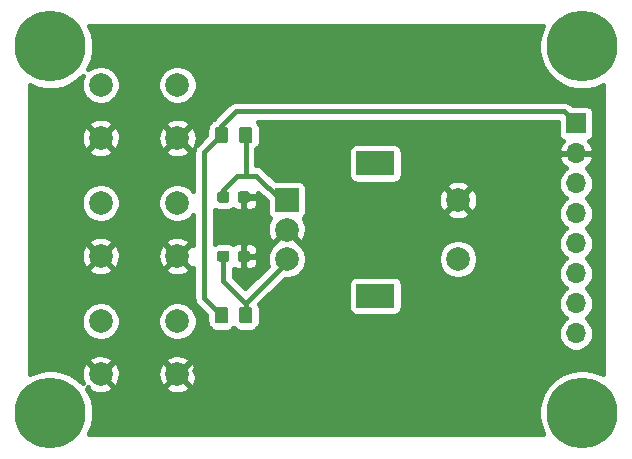
<source format=gbr>
G04 #@! TF.GenerationSoftware,KiCad,Pcbnew,(5.1.5)-3*
G04 #@! TF.CreationDate,2020-04-13T22:53:19+08:00*
G04 #@! TF.ProjectId,encoder_3btn,656e636f-6465-4725-9f33-62746e2e6b69,rev?*
G04 #@! TF.SameCoordinates,Original*
G04 #@! TF.FileFunction,Copper,L2,Bot*
G04 #@! TF.FilePolarity,Positive*
%FSLAX46Y46*%
G04 Gerber Fmt 4.6, Leading zero omitted, Abs format (unit mm)*
G04 Created by KiCad (PCBNEW (5.1.5)-3) date 2020-04-13 22:53:19*
%MOMM*%
%LPD*%
G04 APERTURE LIST*
%ADD10C,2.000000*%
%ADD11R,2.000000X2.000000*%
%ADD12R,3.200000X2.000000*%
%ADD13C,6.000000*%
%ADD14C,0.800000*%
%ADD15C,0.100000*%
%ADD16O,1.700000X1.700000*%
%ADD17R,1.700000X1.700000*%
%ADD18C,1.000000*%
%ADD19C,0.400000*%
G04 APERTURE END LIST*
D10*
X113250000Y-125750000D03*
X113250000Y-130250000D03*
X106750000Y-125750000D03*
X106750000Y-130250000D03*
X113250000Y-115750000D03*
X113250000Y-120250000D03*
X106750000Y-115750000D03*
X106750000Y-120250000D03*
X113250000Y-105750000D03*
X113250000Y-110250000D03*
X106750000Y-105750000D03*
X106750000Y-110250000D03*
D11*
X122500000Y-115500000D03*
D10*
X122500000Y-118000000D03*
X122500000Y-120500000D03*
D12*
X130000000Y-112400000D03*
X130000000Y-123600000D03*
D10*
X137000000Y-115500000D03*
X137000000Y-120500000D03*
D13*
X147500000Y-102500000D03*
D14*
X149750000Y-102500000D03*
X149090990Y-104090990D03*
X147500000Y-104750000D03*
X145909010Y-104090990D03*
X145250000Y-102500000D03*
X145909010Y-100909010D03*
X147500000Y-100250000D03*
X149090990Y-100909010D03*
X104090990Y-100909010D03*
X102500000Y-100250000D03*
X100909010Y-100909010D03*
X100250000Y-102500000D03*
X100909010Y-104090990D03*
X102500000Y-104750000D03*
X104090990Y-104090990D03*
X104750000Y-102500000D03*
D13*
X102500000Y-102500000D03*
X102500000Y-133500000D03*
D14*
X104750000Y-133500000D03*
X104090990Y-135090990D03*
X102500000Y-135750000D03*
X100909010Y-135090990D03*
X100250000Y-133500000D03*
X100909010Y-131909010D03*
X102500000Y-131250000D03*
X104090990Y-131909010D03*
X149090990Y-131909010D03*
X147500000Y-131250000D03*
X145909010Y-131909010D03*
X145250000Y-133500000D03*
X145909010Y-135090990D03*
X147500000Y-135750000D03*
X149090990Y-135090990D03*
X149750000Y-133500000D03*
D13*
X147500000Y-133500000D03*
G04 #@! TA.AperFunction,SMDPad,CuDef*
D15*
G36*
X117324505Y-124551204D02*
G01*
X117348773Y-124554804D01*
X117372572Y-124560765D01*
X117395671Y-124569030D01*
X117417850Y-124579520D01*
X117438893Y-124592132D01*
X117458599Y-124606747D01*
X117476777Y-124623223D01*
X117493253Y-124641401D01*
X117507868Y-124661107D01*
X117520480Y-124682150D01*
X117530970Y-124704329D01*
X117539235Y-124727428D01*
X117545196Y-124751227D01*
X117548796Y-124775495D01*
X117550000Y-124799999D01*
X117550000Y-125700001D01*
X117548796Y-125724505D01*
X117545196Y-125748773D01*
X117539235Y-125772572D01*
X117530970Y-125795671D01*
X117520480Y-125817850D01*
X117507868Y-125838893D01*
X117493253Y-125858599D01*
X117476777Y-125876777D01*
X117458599Y-125893253D01*
X117438893Y-125907868D01*
X117417850Y-125920480D01*
X117395671Y-125930970D01*
X117372572Y-125939235D01*
X117348773Y-125945196D01*
X117324505Y-125948796D01*
X117300001Y-125950000D01*
X116649999Y-125950000D01*
X116625495Y-125948796D01*
X116601227Y-125945196D01*
X116577428Y-125939235D01*
X116554329Y-125930970D01*
X116532150Y-125920480D01*
X116511107Y-125907868D01*
X116491401Y-125893253D01*
X116473223Y-125876777D01*
X116456747Y-125858599D01*
X116442132Y-125838893D01*
X116429520Y-125817850D01*
X116419030Y-125795671D01*
X116410765Y-125772572D01*
X116404804Y-125748773D01*
X116401204Y-125724505D01*
X116400000Y-125700001D01*
X116400000Y-124799999D01*
X116401204Y-124775495D01*
X116404804Y-124751227D01*
X116410765Y-124727428D01*
X116419030Y-124704329D01*
X116429520Y-124682150D01*
X116442132Y-124661107D01*
X116456747Y-124641401D01*
X116473223Y-124623223D01*
X116491401Y-124606747D01*
X116511107Y-124592132D01*
X116532150Y-124579520D01*
X116554329Y-124569030D01*
X116577428Y-124560765D01*
X116601227Y-124554804D01*
X116625495Y-124551204D01*
X116649999Y-124550000D01*
X117300001Y-124550000D01*
X117324505Y-124551204D01*
G37*
G04 #@! TD.AperFunction*
G04 #@! TA.AperFunction,SMDPad,CuDef*
G36*
X119374505Y-124551204D02*
G01*
X119398773Y-124554804D01*
X119422572Y-124560765D01*
X119445671Y-124569030D01*
X119467850Y-124579520D01*
X119488893Y-124592132D01*
X119508599Y-124606747D01*
X119526777Y-124623223D01*
X119543253Y-124641401D01*
X119557868Y-124661107D01*
X119570480Y-124682150D01*
X119580970Y-124704329D01*
X119589235Y-124727428D01*
X119595196Y-124751227D01*
X119598796Y-124775495D01*
X119600000Y-124799999D01*
X119600000Y-125700001D01*
X119598796Y-125724505D01*
X119595196Y-125748773D01*
X119589235Y-125772572D01*
X119580970Y-125795671D01*
X119570480Y-125817850D01*
X119557868Y-125838893D01*
X119543253Y-125858599D01*
X119526777Y-125876777D01*
X119508599Y-125893253D01*
X119488893Y-125907868D01*
X119467850Y-125920480D01*
X119445671Y-125930970D01*
X119422572Y-125939235D01*
X119398773Y-125945196D01*
X119374505Y-125948796D01*
X119350001Y-125950000D01*
X118699999Y-125950000D01*
X118675495Y-125948796D01*
X118651227Y-125945196D01*
X118627428Y-125939235D01*
X118604329Y-125930970D01*
X118582150Y-125920480D01*
X118561107Y-125907868D01*
X118541401Y-125893253D01*
X118523223Y-125876777D01*
X118506747Y-125858599D01*
X118492132Y-125838893D01*
X118479520Y-125817850D01*
X118469030Y-125795671D01*
X118460765Y-125772572D01*
X118454804Y-125748773D01*
X118451204Y-125724505D01*
X118450000Y-125700001D01*
X118450000Y-124799999D01*
X118451204Y-124775495D01*
X118454804Y-124751227D01*
X118460765Y-124727428D01*
X118469030Y-124704329D01*
X118479520Y-124682150D01*
X118492132Y-124661107D01*
X118506747Y-124641401D01*
X118523223Y-124623223D01*
X118541401Y-124606747D01*
X118561107Y-124592132D01*
X118582150Y-124579520D01*
X118604329Y-124569030D01*
X118627428Y-124560765D01*
X118651227Y-124554804D01*
X118675495Y-124551204D01*
X118699999Y-124550000D01*
X119350001Y-124550000D01*
X119374505Y-124551204D01*
G37*
G04 #@! TD.AperFunction*
G04 #@! TA.AperFunction,SMDPad,CuDef*
G36*
X119374505Y-109301204D02*
G01*
X119398773Y-109304804D01*
X119422572Y-109310765D01*
X119445671Y-109319030D01*
X119467850Y-109329520D01*
X119488893Y-109342132D01*
X119508599Y-109356747D01*
X119526777Y-109373223D01*
X119543253Y-109391401D01*
X119557868Y-109411107D01*
X119570480Y-109432150D01*
X119580970Y-109454329D01*
X119589235Y-109477428D01*
X119595196Y-109501227D01*
X119598796Y-109525495D01*
X119600000Y-109549999D01*
X119600000Y-110450001D01*
X119598796Y-110474505D01*
X119595196Y-110498773D01*
X119589235Y-110522572D01*
X119580970Y-110545671D01*
X119570480Y-110567850D01*
X119557868Y-110588893D01*
X119543253Y-110608599D01*
X119526777Y-110626777D01*
X119508599Y-110643253D01*
X119488893Y-110657868D01*
X119467850Y-110670480D01*
X119445671Y-110680970D01*
X119422572Y-110689235D01*
X119398773Y-110695196D01*
X119374505Y-110698796D01*
X119350001Y-110700000D01*
X118699999Y-110700000D01*
X118675495Y-110698796D01*
X118651227Y-110695196D01*
X118627428Y-110689235D01*
X118604329Y-110680970D01*
X118582150Y-110670480D01*
X118561107Y-110657868D01*
X118541401Y-110643253D01*
X118523223Y-110626777D01*
X118506747Y-110608599D01*
X118492132Y-110588893D01*
X118479520Y-110567850D01*
X118469030Y-110545671D01*
X118460765Y-110522572D01*
X118454804Y-110498773D01*
X118451204Y-110474505D01*
X118450000Y-110450001D01*
X118450000Y-109549999D01*
X118451204Y-109525495D01*
X118454804Y-109501227D01*
X118460765Y-109477428D01*
X118469030Y-109454329D01*
X118479520Y-109432150D01*
X118492132Y-109411107D01*
X118506747Y-109391401D01*
X118523223Y-109373223D01*
X118541401Y-109356747D01*
X118561107Y-109342132D01*
X118582150Y-109329520D01*
X118604329Y-109319030D01*
X118627428Y-109310765D01*
X118651227Y-109304804D01*
X118675495Y-109301204D01*
X118699999Y-109300000D01*
X119350001Y-109300000D01*
X119374505Y-109301204D01*
G37*
G04 #@! TD.AperFunction*
G04 #@! TA.AperFunction,SMDPad,CuDef*
G36*
X117324505Y-109301204D02*
G01*
X117348773Y-109304804D01*
X117372572Y-109310765D01*
X117395671Y-109319030D01*
X117417850Y-109329520D01*
X117438893Y-109342132D01*
X117458599Y-109356747D01*
X117476777Y-109373223D01*
X117493253Y-109391401D01*
X117507868Y-109411107D01*
X117520480Y-109432150D01*
X117530970Y-109454329D01*
X117539235Y-109477428D01*
X117545196Y-109501227D01*
X117548796Y-109525495D01*
X117550000Y-109549999D01*
X117550000Y-110450001D01*
X117548796Y-110474505D01*
X117545196Y-110498773D01*
X117539235Y-110522572D01*
X117530970Y-110545671D01*
X117520480Y-110567850D01*
X117507868Y-110588893D01*
X117493253Y-110608599D01*
X117476777Y-110626777D01*
X117458599Y-110643253D01*
X117438893Y-110657868D01*
X117417850Y-110670480D01*
X117395671Y-110680970D01*
X117372572Y-110689235D01*
X117348773Y-110695196D01*
X117324505Y-110698796D01*
X117300001Y-110700000D01*
X116649999Y-110700000D01*
X116625495Y-110698796D01*
X116601227Y-110695196D01*
X116577428Y-110689235D01*
X116554329Y-110680970D01*
X116532150Y-110670480D01*
X116511107Y-110657868D01*
X116491401Y-110643253D01*
X116473223Y-110626777D01*
X116456747Y-110608599D01*
X116442132Y-110588893D01*
X116429520Y-110567850D01*
X116419030Y-110545671D01*
X116410765Y-110522572D01*
X116404804Y-110498773D01*
X116401204Y-110474505D01*
X116400000Y-110450001D01*
X116400000Y-109549999D01*
X116401204Y-109525495D01*
X116404804Y-109501227D01*
X116410765Y-109477428D01*
X116419030Y-109454329D01*
X116429520Y-109432150D01*
X116442132Y-109411107D01*
X116456747Y-109391401D01*
X116473223Y-109373223D01*
X116491401Y-109356747D01*
X116511107Y-109342132D01*
X116532150Y-109329520D01*
X116554329Y-109319030D01*
X116577428Y-109310765D01*
X116601227Y-109304804D01*
X116625495Y-109301204D01*
X116649999Y-109300000D01*
X117300001Y-109300000D01*
X117324505Y-109301204D01*
G37*
G04 #@! TD.AperFunction*
D16*
X147000000Y-126780000D03*
X147000000Y-124240000D03*
X147000000Y-121700000D03*
X147000000Y-119160000D03*
X147000000Y-116620000D03*
X147000000Y-114080000D03*
X147000000Y-111540000D03*
D17*
X147000000Y-109000000D03*
G04 #@! TA.AperFunction,SMDPad,CuDef*
D15*
G36*
X119185779Y-119776144D02*
G01*
X119208834Y-119779563D01*
X119231443Y-119785227D01*
X119253387Y-119793079D01*
X119274457Y-119803044D01*
X119294448Y-119815026D01*
X119313168Y-119828910D01*
X119330438Y-119844562D01*
X119346090Y-119861832D01*
X119359974Y-119880552D01*
X119371956Y-119900543D01*
X119381921Y-119921613D01*
X119389773Y-119943557D01*
X119395437Y-119966166D01*
X119398856Y-119989221D01*
X119400000Y-120012500D01*
X119400000Y-120487500D01*
X119398856Y-120510779D01*
X119395437Y-120533834D01*
X119389773Y-120556443D01*
X119381921Y-120578387D01*
X119371956Y-120599457D01*
X119359974Y-120619448D01*
X119346090Y-120638168D01*
X119330438Y-120655438D01*
X119313168Y-120671090D01*
X119294448Y-120684974D01*
X119274457Y-120696956D01*
X119253387Y-120706921D01*
X119231443Y-120714773D01*
X119208834Y-120720437D01*
X119185779Y-120723856D01*
X119162500Y-120725000D01*
X118587500Y-120725000D01*
X118564221Y-120723856D01*
X118541166Y-120720437D01*
X118518557Y-120714773D01*
X118496613Y-120706921D01*
X118475543Y-120696956D01*
X118455552Y-120684974D01*
X118436832Y-120671090D01*
X118419562Y-120655438D01*
X118403910Y-120638168D01*
X118390026Y-120619448D01*
X118378044Y-120599457D01*
X118368079Y-120578387D01*
X118360227Y-120556443D01*
X118354563Y-120533834D01*
X118351144Y-120510779D01*
X118350000Y-120487500D01*
X118350000Y-120012500D01*
X118351144Y-119989221D01*
X118354563Y-119966166D01*
X118360227Y-119943557D01*
X118368079Y-119921613D01*
X118378044Y-119900543D01*
X118390026Y-119880552D01*
X118403910Y-119861832D01*
X118419562Y-119844562D01*
X118436832Y-119828910D01*
X118455552Y-119815026D01*
X118475543Y-119803044D01*
X118496613Y-119793079D01*
X118518557Y-119785227D01*
X118541166Y-119779563D01*
X118564221Y-119776144D01*
X118587500Y-119775000D01*
X119162500Y-119775000D01*
X119185779Y-119776144D01*
G37*
G04 #@! TD.AperFunction*
G04 #@! TA.AperFunction,SMDPad,CuDef*
G36*
X117435779Y-119776144D02*
G01*
X117458834Y-119779563D01*
X117481443Y-119785227D01*
X117503387Y-119793079D01*
X117524457Y-119803044D01*
X117544448Y-119815026D01*
X117563168Y-119828910D01*
X117580438Y-119844562D01*
X117596090Y-119861832D01*
X117609974Y-119880552D01*
X117621956Y-119900543D01*
X117631921Y-119921613D01*
X117639773Y-119943557D01*
X117645437Y-119966166D01*
X117648856Y-119989221D01*
X117650000Y-120012500D01*
X117650000Y-120487500D01*
X117648856Y-120510779D01*
X117645437Y-120533834D01*
X117639773Y-120556443D01*
X117631921Y-120578387D01*
X117621956Y-120599457D01*
X117609974Y-120619448D01*
X117596090Y-120638168D01*
X117580438Y-120655438D01*
X117563168Y-120671090D01*
X117544448Y-120684974D01*
X117524457Y-120696956D01*
X117503387Y-120706921D01*
X117481443Y-120714773D01*
X117458834Y-120720437D01*
X117435779Y-120723856D01*
X117412500Y-120725000D01*
X116837500Y-120725000D01*
X116814221Y-120723856D01*
X116791166Y-120720437D01*
X116768557Y-120714773D01*
X116746613Y-120706921D01*
X116725543Y-120696956D01*
X116705552Y-120684974D01*
X116686832Y-120671090D01*
X116669562Y-120655438D01*
X116653910Y-120638168D01*
X116640026Y-120619448D01*
X116628044Y-120599457D01*
X116618079Y-120578387D01*
X116610227Y-120556443D01*
X116604563Y-120533834D01*
X116601144Y-120510779D01*
X116600000Y-120487500D01*
X116600000Y-120012500D01*
X116601144Y-119989221D01*
X116604563Y-119966166D01*
X116610227Y-119943557D01*
X116618079Y-119921613D01*
X116628044Y-119900543D01*
X116640026Y-119880552D01*
X116653910Y-119861832D01*
X116669562Y-119844562D01*
X116686832Y-119828910D01*
X116705552Y-119815026D01*
X116725543Y-119803044D01*
X116746613Y-119793079D01*
X116768557Y-119785227D01*
X116791166Y-119779563D01*
X116814221Y-119776144D01*
X116837500Y-119775000D01*
X117412500Y-119775000D01*
X117435779Y-119776144D01*
G37*
G04 #@! TD.AperFunction*
G04 #@! TA.AperFunction,SMDPad,CuDef*
G36*
X117435779Y-114776144D02*
G01*
X117458834Y-114779563D01*
X117481443Y-114785227D01*
X117503387Y-114793079D01*
X117524457Y-114803044D01*
X117544448Y-114815026D01*
X117563168Y-114828910D01*
X117580438Y-114844562D01*
X117596090Y-114861832D01*
X117609974Y-114880552D01*
X117621956Y-114900543D01*
X117631921Y-114921613D01*
X117639773Y-114943557D01*
X117645437Y-114966166D01*
X117648856Y-114989221D01*
X117650000Y-115012500D01*
X117650000Y-115487500D01*
X117648856Y-115510779D01*
X117645437Y-115533834D01*
X117639773Y-115556443D01*
X117631921Y-115578387D01*
X117621956Y-115599457D01*
X117609974Y-115619448D01*
X117596090Y-115638168D01*
X117580438Y-115655438D01*
X117563168Y-115671090D01*
X117544448Y-115684974D01*
X117524457Y-115696956D01*
X117503387Y-115706921D01*
X117481443Y-115714773D01*
X117458834Y-115720437D01*
X117435779Y-115723856D01*
X117412500Y-115725000D01*
X116837500Y-115725000D01*
X116814221Y-115723856D01*
X116791166Y-115720437D01*
X116768557Y-115714773D01*
X116746613Y-115706921D01*
X116725543Y-115696956D01*
X116705552Y-115684974D01*
X116686832Y-115671090D01*
X116669562Y-115655438D01*
X116653910Y-115638168D01*
X116640026Y-115619448D01*
X116628044Y-115599457D01*
X116618079Y-115578387D01*
X116610227Y-115556443D01*
X116604563Y-115533834D01*
X116601144Y-115510779D01*
X116600000Y-115487500D01*
X116600000Y-115012500D01*
X116601144Y-114989221D01*
X116604563Y-114966166D01*
X116610227Y-114943557D01*
X116618079Y-114921613D01*
X116628044Y-114900543D01*
X116640026Y-114880552D01*
X116653910Y-114861832D01*
X116669562Y-114844562D01*
X116686832Y-114828910D01*
X116705552Y-114815026D01*
X116725543Y-114803044D01*
X116746613Y-114793079D01*
X116768557Y-114785227D01*
X116791166Y-114779563D01*
X116814221Y-114776144D01*
X116837500Y-114775000D01*
X117412500Y-114775000D01*
X117435779Y-114776144D01*
G37*
G04 #@! TD.AperFunction*
G04 #@! TA.AperFunction,SMDPad,CuDef*
G36*
X119185779Y-114776144D02*
G01*
X119208834Y-114779563D01*
X119231443Y-114785227D01*
X119253387Y-114793079D01*
X119274457Y-114803044D01*
X119294448Y-114815026D01*
X119313168Y-114828910D01*
X119330438Y-114844562D01*
X119346090Y-114861832D01*
X119359974Y-114880552D01*
X119371956Y-114900543D01*
X119381921Y-114921613D01*
X119389773Y-114943557D01*
X119395437Y-114966166D01*
X119398856Y-114989221D01*
X119400000Y-115012500D01*
X119400000Y-115487500D01*
X119398856Y-115510779D01*
X119395437Y-115533834D01*
X119389773Y-115556443D01*
X119381921Y-115578387D01*
X119371956Y-115599457D01*
X119359974Y-115619448D01*
X119346090Y-115638168D01*
X119330438Y-115655438D01*
X119313168Y-115671090D01*
X119294448Y-115684974D01*
X119274457Y-115696956D01*
X119253387Y-115706921D01*
X119231443Y-115714773D01*
X119208834Y-115720437D01*
X119185779Y-115723856D01*
X119162500Y-115725000D01*
X118587500Y-115725000D01*
X118564221Y-115723856D01*
X118541166Y-115720437D01*
X118518557Y-115714773D01*
X118496613Y-115706921D01*
X118475543Y-115696956D01*
X118455552Y-115684974D01*
X118436832Y-115671090D01*
X118419562Y-115655438D01*
X118403910Y-115638168D01*
X118390026Y-115619448D01*
X118378044Y-115599457D01*
X118368079Y-115578387D01*
X118360227Y-115556443D01*
X118354563Y-115533834D01*
X118351144Y-115510779D01*
X118350000Y-115487500D01*
X118350000Y-115012500D01*
X118351144Y-114989221D01*
X118354563Y-114966166D01*
X118360227Y-114943557D01*
X118368079Y-114921613D01*
X118378044Y-114900543D01*
X118390026Y-114880552D01*
X118403910Y-114861832D01*
X118419562Y-114844562D01*
X118436832Y-114828910D01*
X118455552Y-114815026D01*
X118475543Y-114803044D01*
X118496613Y-114793079D01*
X118518557Y-114785227D01*
X118541166Y-114779563D01*
X118564221Y-114776144D01*
X118587500Y-114775000D01*
X119162500Y-114775000D01*
X119185779Y-114776144D01*
G37*
G04 #@! TD.AperFunction*
D18*
X107500000Y-102500000D03*
X112500000Y-102500000D03*
X117500000Y-102500000D03*
X122500000Y-102500000D03*
X127500000Y-102500000D03*
X132500000Y-102500000D03*
X137500000Y-102500000D03*
X142500000Y-102500000D03*
X140000000Y-105000000D03*
X135000000Y-105000000D03*
X130000000Y-105000000D03*
X125000000Y-105000000D03*
X120000000Y-105000000D03*
X110000000Y-110000000D03*
X110000000Y-120000000D03*
X110000000Y-130000000D03*
X102500000Y-107500000D03*
X102500000Y-112500000D03*
X102500000Y-117500000D03*
X102500000Y-122500000D03*
X102500000Y-127500000D03*
X122500000Y-110000000D03*
X127500000Y-115000000D03*
X132500000Y-115000000D03*
X142500000Y-132500000D03*
X107500000Y-132500000D03*
X120000000Y-130000000D03*
X125000000Y-130000000D03*
X130000000Y-130000000D03*
X135000000Y-130000000D03*
X140000000Y-130000000D03*
X145000000Y-130000000D03*
X115000000Y-130000000D03*
X137500000Y-125000000D03*
X137500000Y-112500000D03*
D19*
X118937400Y-113437600D02*
X119025000Y-113350000D01*
X119025000Y-113350000D02*
X119025000Y-110000000D01*
X118312400Y-113437600D02*
X118937400Y-113437600D01*
X117125000Y-115250000D02*
X117125000Y-114625000D01*
X117125000Y-114625000D02*
X118312400Y-113437600D01*
X122000000Y-115500000D02*
X122500000Y-115500000D01*
X118937400Y-113437600D02*
X119937600Y-113437600D01*
X119937600Y-113437600D02*
X122000000Y-115500000D01*
X117125000Y-122375000D02*
X117125000Y-120250000D01*
X119025000Y-125250000D02*
X119025000Y-124275000D01*
X119025000Y-124275000D02*
X117125000Y-122375000D01*
X119025000Y-125250000D02*
X119025000Y-124225000D01*
X122500000Y-120750000D02*
X122500000Y-120500000D01*
X119025000Y-124225000D02*
X122500000Y-120750000D01*
X115500000Y-123775000D02*
X116975000Y-125250000D01*
X116975000Y-110000000D02*
X115500000Y-111475000D01*
X115500000Y-111475000D02*
X115500000Y-123775000D01*
X118237500Y-108000000D02*
X116975000Y-109262500D01*
X147000000Y-109000000D02*
X146000000Y-108000000D01*
X116975000Y-109262500D02*
X116975000Y-110000000D01*
X146000000Y-108000000D02*
X118237500Y-108000000D01*
G36*
X144221102Y-100747393D02*
G01*
X143942189Y-101420750D01*
X143800000Y-102135582D01*
X143800000Y-102864418D01*
X143942189Y-103579250D01*
X144221102Y-104252607D01*
X144626022Y-104858613D01*
X145141387Y-105373978D01*
X145747393Y-105778898D01*
X146420750Y-106057811D01*
X147135582Y-106200000D01*
X147864418Y-106200000D01*
X148579250Y-106057811D01*
X149252607Y-105778898D01*
X149275001Y-105763935D01*
X149275000Y-130236065D01*
X149252607Y-130221102D01*
X148579250Y-129942189D01*
X147864418Y-129800000D01*
X147135582Y-129800000D01*
X146420750Y-129942189D01*
X145747393Y-130221102D01*
X145141387Y-130626022D01*
X144626022Y-131141387D01*
X144221102Y-131747393D01*
X143942189Y-132420750D01*
X143800000Y-133135582D01*
X143800000Y-133864418D01*
X143942189Y-134579250D01*
X144221102Y-135252607D01*
X144236065Y-135275000D01*
X105763935Y-135275000D01*
X105778898Y-135252607D01*
X106057811Y-134579250D01*
X106200000Y-133864418D01*
X106200000Y-133135582D01*
X106057811Y-132420750D01*
X105778898Y-131747393D01*
X105596419Y-131474294D01*
X105701777Y-131368936D01*
X105786811Y-131660781D01*
X106080548Y-131821582D01*
X106400012Y-131921988D01*
X106732925Y-131958140D01*
X107066495Y-131928650D01*
X107387902Y-131834650D01*
X107684795Y-131679753D01*
X107713189Y-131660781D01*
X107798223Y-131368934D01*
X112201777Y-131368934D01*
X112286811Y-131660781D01*
X112580548Y-131821582D01*
X112900012Y-131921988D01*
X113232925Y-131958140D01*
X113566495Y-131928650D01*
X113887902Y-131834650D01*
X114184795Y-131679753D01*
X114213189Y-131660781D01*
X114298223Y-131368934D01*
X113250000Y-130320711D01*
X112201777Y-131368934D01*
X107798223Y-131368934D01*
X106750000Y-130320711D01*
X106735858Y-130334853D01*
X106665147Y-130264142D01*
X106679289Y-130250000D01*
X106820711Y-130250000D01*
X107868934Y-131298223D01*
X108160781Y-131213189D01*
X108321582Y-130919452D01*
X108421988Y-130599988D01*
X108458140Y-130267075D01*
X108455121Y-130232925D01*
X111541860Y-130232925D01*
X111571350Y-130566495D01*
X111665350Y-130887902D01*
X111820247Y-131184795D01*
X111839219Y-131213189D01*
X112131066Y-131298223D01*
X113179289Y-130250000D01*
X113320711Y-130250000D01*
X114368934Y-131298223D01*
X114660781Y-131213189D01*
X114821582Y-130919452D01*
X114921988Y-130599988D01*
X114958140Y-130267075D01*
X114928650Y-129933505D01*
X114834650Y-129612098D01*
X114679753Y-129315205D01*
X114660781Y-129286811D01*
X114368934Y-129201777D01*
X113320711Y-130250000D01*
X113179289Y-130250000D01*
X112131066Y-129201777D01*
X111839219Y-129286811D01*
X111678418Y-129580548D01*
X111578012Y-129900012D01*
X111541860Y-130232925D01*
X108455121Y-130232925D01*
X108428650Y-129933505D01*
X108334650Y-129612098D01*
X108179753Y-129315205D01*
X108160781Y-129286811D01*
X107868934Y-129201777D01*
X106820711Y-130250000D01*
X106679289Y-130250000D01*
X105631066Y-129201777D01*
X105339219Y-129286811D01*
X105178418Y-129580548D01*
X105078012Y-129900012D01*
X105041860Y-130232925D01*
X105071350Y-130566495D01*
X105165350Y-130887902D01*
X105214282Y-130981691D01*
X104858613Y-130626022D01*
X104252607Y-130221102D01*
X103579250Y-129942189D01*
X102864418Y-129800000D01*
X102135582Y-129800000D01*
X101420750Y-129942189D01*
X100747393Y-130221102D01*
X100725000Y-130236065D01*
X100725000Y-129131066D01*
X105701777Y-129131066D01*
X106750000Y-130179289D01*
X107798223Y-129131066D01*
X112201777Y-129131066D01*
X113250000Y-130179289D01*
X114298223Y-129131066D01*
X114213189Y-128839219D01*
X113919452Y-128678418D01*
X113599988Y-128578012D01*
X113267075Y-128541860D01*
X112933505Y-128571350D01*
X112612098Y-128665350D01*
X112315205Y-128820247D01*
X112286811Y-128839219D01*
X112201777Y-129131066D01*
X107798223Y-129131066D01*
X107713189Y-128839219D01*
X107419452Y-128678418D01*
X107099988Y-128578012D01*
X106767075Y-128541860D01*
X106433505Y-128571350D01*
X106112098Y-128665350D01*
X105815205Y-128820247D01*
X105786811Y-128839219D01*
X105701777Y-129131066D01*
X100725000Y-129131066D01*
X100725000Y-125582565D01*
X105050000Y-125582565D01*
X105050000Y-125917435D01*
X105115330Y-126245872D01*
X105243479Y-126555252D01*
X105429523Y-126833687D01*
X105666313Y-127070477D01*
X105944748Y-127256521D01*
X106254128Y-127384670D01*
X106582565Y-127450000D01*
X106917435Y-127450000D01*
X107245872Y-127384670D01*
X107555252Y-127256521D01*
X107833687Y-127070477D01*
X108070477Y-126833687D01*
X108256521Y-126555252D01*
X108384670Y-126245872D01*
X108450000Y-125917435D01*
X108450000Y-125582565D01*
X111550000Y-125582565D01*
X111550000Y-125917435D01*
X111615330Y-126245872D01*
X111743479Y-126555252D01*
X111929523Y-126833687D01*
X112166313Y-127070477D01*
X112444748Y-127256521D01*
X112754128Y-127384670D01*
X113082565Y-127450000D01*
X113417435Y-127450000D01*
X113745872Y-127384670D01*
X114055252Y-127256521D01*
X114333687Y-127070477D01*
X114570477Y-126833687D01*
X114756521Y-126555252D01*
X114884670Y-126245872D01*
X114950000Y-125917435D01*
X114950000Y-125582565D01*
X114884670Y-125254128D01*
X114756521Y-124944748D01*
X114570477Y-124666313D01*
X114333687Y-124429523D01*
X114055252Y-124243479D01*
X113745872Y-124115330D01*
X113417435Y-124050000D01*
X113082565Y-124050000D01*
X112754128Y-124115330D01*
X112444748Y-124243479D01*
X112166313Y-124429523D01*
X111929523Y-124666313D01*
X111743479Y-124944748D01*
X111615330Y-125254128D01*
X111550000Y-125582565D01*
X108450000Y-125582565D01*
X108384670Y-125254128D01*
X108256521Y-124944748D01*
X108070477Y-124666313D01*
X107833687Y-124429523D01*
X107555252Y-124243479D01*
X107245872Y-124115330D01*
X106917435Y-124050000D01*
X106582565Y-124050000D01*
X106254128Y-124115330D01*
X105944748Y-124243479D01*
X105666313Y-124429523D01*
X105429523Y-124666313D01*
X105243479Y-124944748D01*
X105115330Y-125254128D01*
X105050000Y-125582565D01*
X100725000Y-125582565D01*
X100725000Y-121368934D01*
X105701777Y-121368934D01*
X105786811Y-121660781D01*
X106080548Y-121821582D01*
X106400012Y-121921988D01*
X106732925Y-121958140D01*
X107066495Y-121928650D01*
X107387902Y-121834650D01*
X107684795Y-121679753D01*
X107713189Y-121660781D01*
X107798223Y-121368934D01*
X112201777Y-121368934D01*
X112286811Y-121660781D01*
X112580548Y-121821582D01*
X112900012Y-121921988D01*
X113232925Y-121958140D01*
X113566495Y-121928650D01*
X113887902Y-121834650D01*
X114184795Y-121679753D01*
X114213189Y-121660781D01*
X114298223Y-121368934D01*
X113250000Y-120320711D01*
X112201777Y-121368934D01*
X107798223Y-121368934D01*
X106750000Y-120320711D01*
X105701777Y-121368934D01*
X100725000Y-121368934D01*
X100725000Y-120232925D01*
X105041860Y-120232925D01*
X105071350Y-120566495D01*
X105165350Y-120887902D01*
X105320247Y-121184795D01*
X105339219Y-121213189D01*
X105631066Y-121298223D01*
X106679289Y-120250000D01*
X106820711Y-120250000D01*
X107868934Y-121298223D01*
X108160781Y-121213189D01*
X108321582Y-120919452D01*
X108421988Y-120599988D01*
X108458140Y-120267075D01*
X108455121Y-120232925D01*
X111541860Y-120232925D01*
X111571350Y-120566495D01*
X111665350Y-120887902D01*
X111820247Y-121184795D01*
X111839219Y-121213189D01*
X112131066Y-121298223D01*
X113179289Y-120250000D01*
X112131066Y-119201777D01*
X111839219Y-119286811D01*
X111678418Y-119580548D01*
X111578012Y-119900012D01*
X111541860Y-120232925D01*
X108455121Y-120232925D01*
X108428650Y-119933505D01*
X108334650Y-119612098D01*
X108179753Y-119315205D01*
X108160781Y-119286811D01*
X107868934Y-119201777D01*
X106820711Y-120250000D01*
X106679289Y-120250000D01*
X105631066Y-119201777D01*
X105339219Y-119286811D01*
X105178418Y-119580548D01*
X105078012Y-119900012D01*
X105041860Y-120232925D01*
X100725000Y-120232925D01*
X100725000Y-119131066D01*
X105701777Y-119131066D01*
X106750000Y-120179289D01*
X107798223Y-119131066D01*
X112201777Y-119131066D01*
X113250000Y-120179289D01*
X114298223Y-119131066D01*
X114213189Y-118839219D01*
X113919452Y-118678418D01*
X113599988Y-118578012D01*
X113267075Y-118541860D01*
X112933505Y-118571350D01*
X112612098Y-118665350D01*
X112315205Y-118820247D01*
X112286811Y-118839219D01*
X112201777Y-119131066D01*
X107798223Y-119131066D01*
X107713189Y-118839219D01*
X107419452Y-118678418D01*
X107099988Y-118578012D01*
X106767075Y-118541860D01*
X106433505Y-118571350D01*
X106112098Y-118665350D01*
X105815205Y-118820247D01*
X105786811Y-118839219D01*
X105701777Y-119131066D01*
X100725000Y-119131066D01*
X100725000Y-115582565D01*
X105050000Y-115582565D01*
X105050000Y-115917435D01*
X105115330Y-116245872D01*
X105243479Y-116555252D01*
X105429523Y-116833687D01*
X105666313Y-117070477D01*
X105944748Y-117256521D01*
X106254128Y-117384670D01*
X106582565Y-117450000D01*
X106917435Y-117450000D01*
X107245872Y-117384670D01*
X107555252Y-117256521D01*
X107833687Y-117070477D01*
X108070477Y-116833687D01*
X108256521Y-116555252D01*
X108384670Y-116245872D01*
X108450000Y-115917435D01*
X108450000Y-115582565D01*
X111550000Y-115582565D01*
X111550000Y-115917435D01*
X111615330Y-116245872D01*
X111743479Y-116555252D01*
X111929523Y-116833687D01*
X112166313Y-117070477D01*
X112444748Y-117256521D01*
X112754128Y-117384670D01*
X113082565Y-117450000D01*
X113417435Y-117450000D01*
X113745872Y-117384670D01*
X114055252Y-117256521D01*
X114333687Y-117070477D01*
X114570477Y-116833687D01*
X114600000Y-116789502D01*
X114600001Y-119269102D01*
X114368934Y-119201777D01*
X113320711Y-120250000D01*
X114368934Y-121298223D01*
X114600001Y-121230898D01*
X114600001Y-123730783D01*
X114595646Y-123775000D01*
X114613023Y-123951430D01*
X114664487Y-124121081D01*
X114748057Y-124277431D01*
X114832345Y-124380137D01*
X114832348Y-124380140D01*
X114860526Y-124414475D01*
X114894860Y-124442652D01*
X115696613Y-125244406D01*
X115696613Y-125700001D01*
X115714932Y-125885997D01*
X115769185Y-126064846D01*
X115857288Y-126229674D01*
X115975853Y-126374147D01*
X116120326Y-126492712D01*
X116285154Y-126580815D01*
X116464003Y-126635068D01*
X116649999Y-126653387D01*
X117300001Y-126653387D01*
X117485997Y-126635068D01*
X117664846Y-126580815D01*
X117829674Y-126492712D01*
X117974147Y-126374147D01*
X118000000Y-126342645D01*
X118025853Y-126374147D01*
X118170326Y-126492712D01*
X118335154Y-126580815D01*
X118514003Y-126635068D01*
X118699999Y-126653387D01*
X119350001Y-126653387D01*
X119535997Y-126635068D01*
X119714846Y-126580815D01*
X119879674Y-126492712D01*
X120024147Y-126374147D01*
X120142712Y-126229674D01*
X120230815Y-126064846D01*
X120285068Y-125885997D01*
X120303387Y-125700001D01*
X120303387Y-124799999D01*
X120285068Y-124614003D01*
X120230815Y-124435154D01*
X120180942Y-124341850D01*
X121922792Y-122600000D01*
X127696613Y-122600000D01*
X127696613Y-124600000D01*
X127710128Y-124737224D01*
X127750155Y-124869175D01*
X127815155Y-124990781D01*
X127902630Y-125097370D01*
X128009219Y-125184845D01*
X128130825Y-125249845D01*
X128262776Y-125289872D01*
X128400000Y-125303387D01*
X131600000Y-125303387D01*
X131737224Y-125289872D01*
X131869175Y-125249845D01*
X131990781Y-125184845D01*
X132097370Y-125097370D01*
X132184845Y-124990781D01*
X132249845Y-124869175D01*
X132289872Y-124737224D01*
X132303387Y-124600000D01*
X132303387Y-122600000D01*
X132289872Y-122462776D01*
X132249845Y-122330825D01*
X132184845Y-122209219D01*
X132097370Y-122102630D01*
X131990781Y-122015155D01*
X131869175Y-121950155D01*
X131737224Y-121910128D01*
X131600000Y-121896613D01*
X128400000Y-121896613D01*
X128262776Y-121910128D01*
X128130825Y-121950155D01*
X128009219Y-122015155D01*
X127902630Y-122102630D01*
X127815155Y-122209219D01*
X127750155Y-122330825D01*
X127710128Y-122462776D01*
X127696613Y-122600000D01*
X121922792Y-122600000D01*
X122324414Y-122198379D01*
X122332565Y-122200000D01*
X122667435Y-122200000D01*
X122995872Y-122134670D01*
X123305252Y-122006521D01*
X123583687Y-121820477D01*
X123820477Y-121583687D01*
X124006521Y-121305252D01*
X124134670Y-120995872D01*
X124200000Y-120667435D01*
X124200000Y-120332565D01*
X135300000Y-120332565D01*
X135300000Y-120667435D01*
X135365330Y-120995872D01*
X135493479Y-121305252D01*
X135679523Y-121583687D01*
X135916313Y-121820477D01*
X136194748Y-122006521D01*
X136504128Y-122134670D01*
X136832565Y-122200000D01*
X137167435Y-122200000D01*
X137495872Y-122134670D01*
X137805252Y-122006521D01*
X138083687Y-121820477D01*
X138320477Y-121583687D01*
X138506521Y-121305252D01*
X138634670Y-120995872D01*
X138700000Y-120667435D01*
X138700000Y-120332565D01*
X138634670Y-120004128D01*
X138506521Y-119694748D01*
X138320477Y-119416313D01*
X138083687Y-119179523D01*
X137805252Y-118993479D01*
X137495872Y-118865330D01*
X137167435Y-118800000D01*
X136832565Y-118800000D01*
X136504128Y-118865330D01*
X136194748Y-118993479D01*
X135916313Y-119179523D01*
X135679523Y-119416313D01*
X135493479Y-119694748D01*
X135365330Y-120004128D01*
X135300000Y-120332565D01*
X124200000Y-120332565D01*
X124134670Y-120004128D01*
X124006521Y-119694748D01*
X123820477Y-119416313D01*
X123583687Y-119179523D01*
X123539225Y-119149815D01*
X123548223Y-119118934D01*
X122500000Y-118070711D01*
X121451777Y-119118934D01*
X121460775Y-119149815D01*
X121416313Y-119179523D01*
X121179523Y-119416313D01*
X120993479Y-119694748D01*
X120865330Y-120004128D01*
X120800000Y-120332565D01*
X120800000Y-120667435D01*
X120865330Y-120995872D01*
X120899307Y-121077900D01*
X119000000Y-122977208D01*
X118025000Y-122002208D01*
X118025000Y-121345006D01*
X118080825Y-121374845D01*
X118212776Y-121414872D01*
X118350000Y-121428387D01*
X118650000Y-121425000D01*
X118825000Y-121250000D01*
X118825000Y-120300000D01*
X118925000Y-120300000D01*
X118925000Y-121250000D01*
X119100000Y-121425000D01*
X119400000Y-121428387D01*
X119537224Y-121414872D01*
X119669175Y-121374845D01*
X119790781Y-121309845D01*
X119897370Y-121222370D01*
X119984845Y-121115781D01*
X120049845Y-120994175D01*
X120089872Y-120862224D01*
X120103387Y-120725000D01*
X120100000Y-120475000D01*
X119925000Y-120300000D01*
X118925000Y-120300000D01*
X118825000Y-120300000D01*
X118805000Y-120300000D01*
X118805000Y-120200000D01*
X118825000Y-120200000D01*
X118825000Y-119250000D01*
X118925000Y-119250000D01*
X118925000Y-120200000D01*
X119925000Y-120200000D01*
X120100000Y-120025000D01*
X120103387Y-119775000D01*
X120089872Y-119637776D01*
X120049845Y-119505825D01*
X119984845Y-119384219D01*
X119897370Y-119277630D01*
X119790781Y-119190155D01*
X119669175Y-119125155D01*
X119537224Y-119085128D01*
X119400000Y-119071613D01*
X119100000Y-119075000D01*
X118925000Y-119250000D01*
X118825000Y-119250000D01*
X118650000Y-119075000D01*
X118350000Y-119071613D01*
X118212776Y-119085128D01*
X118080825Y-119125155D01*
X117959219Y-119190155D01*
X117920221Y-119222159D01*
X117772562Y-119143234D01*
X117596058Y-119089692D01*
X117412500Y-119071613D01*
X116837500Y-119071613D01*
X116653942Y-119089692D01*
X116477438Y-119143234D01*
X116400000Y-119184625D01*
X116400000Y-116315375D01*
X116477438Y-116356766D01*
X116653942Y-116410308D01*
X116837500Y-116428387D01*
X117412500Y-116428387D01*
X117596058Y-116410308D01*
X117772562Y-116356766D01*
X117920221Y-116277841D01*
X117959219Y-116309845D01*
X118080825Y-116374845D01*
X118212776Y-116414872D01*
X118350000Y-116428387D01*
X118650000Y-116425000D01*
X118825000Y-116250000D01*
X118825000Y-115300000D01*
X118925000Y-115300000D01*
X118925000Y-116250000D01*
X119100000Y-116425000D01*
X119400000Y-116428387D01*
X119537224Y-116414872D01*
X119669175Y-116374845D01*
X119790781Y-116309845D01*
X119897370Y-116222370D01*
X119984845Y-116115781D01*
X120049845Y-115994175D01*
X120089872Y-115862224D01*
X120103387Y-115725000D01*
X120100000Y-115475000D01*
X119925000Y-115300000D01*
X118925000Y-115300000D01*
X118825000Y-115300000D01*
X118805000Y-115300000D01*
X118805000Y-115200000D01*
X118825000Y-115200000D01*
X118825000Y-115180000D01*
X118925000Y-115180000D01*
X118925000Y-115200000D01*
X119925000Y-115200000D01*
X120100000Y-115025000D01*
X120102035Y-114874827D01*
X120796613Y-115569406D01*
X120796613Y-116500000D01*
X120810128Y-116637224D01*
X120850155Y-116769175D01*
X120915155Y-116890781D01*
X121002630Y-116997370D01*
X121077275Y-117058629D01*
X120928418Y-117330548D01*
X120828012Y-117650012D01*
X120791860Y-117982925D01*
X120821350Y-118316495D01*
X120915350Y-118637902D01*
X121070247Y-118934795D01*
X121089219Y-118963189D01*
X121381066Y-119048223D01*
X122429289Y-118000000D01*
X122415147Y-117985858D01*
X122485858Y-117915147D01*
X122500000Y-117929289D01*
X122514142Y-117915147D01*
X122584853Y-117985858D01*
X122570711Y-118000000D01*
X123618934Y-119048223D01*
X123910781Y-118963189D01*
X124071582Y-118669452D01*
X124171988Y-118349988D01*
X124208140Y-118017075D01*
X124178650Y-117683505D01*
X124084650Y-117362098D01*
X123929753Y-117065205D01*
X123924426Y-117057233D01*
X123997370Y-116997370D01*
X124084845Y-116890781D01*
X124149845Y-116769175D01*
X124189872Y-116637224D01*
X124191673Y-116618934D01*
X135951777Y-116618934D01*
X136036811Y-116910781D01*
X136330548Y-117071582D01*
X136650012Y-117171988D01*
X136982925Y-117208140D01*
X137316495Y-117178650D01*
X137637902Y-117084650D01*
X137934795Y-116929753D01*
X137963189Y-116910781D01*
X138048223Y-116618934D01*
X137000000Y-115570711D01*
X135951777Y-116618934D01*
X124191673Y-116618934D01*
X124203387Y-116500000D01*
X124203387Y-115482925D01*
X135291860Y-115482925D01*
X135321350Y-115816495D01*
X135415350Y-116137902D01*
X135570247Y-116434795D01*
X135589219Y-116463189D01*
X135881066Y-116548223D01*
X136929289Y-115500000D01*
X137070711Y-115500000D01*
X138118934Y-116548223D01*
X138410781Y-116463189D01*
X138571582Y-116169452D01*
X138671988Y-115849988D01*
X138708140Y-115517075D01*
X138678650Y-115183505D01*
X138584650Y-114862098D01*
X138429753Y-114565205D01*
X138410781Y-114536811D01*
X138118934Y-114451777D01*
X137070711Y-115500000D01*
X136929289Y-115500000D01*
X135881066Y-114451777D01*
X135589219Y-114536811D01*
X135428418Y-114830548D01*
X135328012Y-115150012D01*
X135291860Y-115482925D01*
X124203387Y-115482925D01*
X124203387Y-114500000D01*
X124191674Y-114381066D01*
X135951777Y-114381066D01*
X137000000Y-115429289D01*
X138048223Y-114381066D01*
X137963189Y-114089219D01*
X137669452Y-113928418D01*
X137666016Y-113927338D01*
X145450000Y-113927338D01*
X145450000Y-114232662D01*
X145509565Y-114532118D01*
X145626408Y-114814200D01*
X145796036Y-115068068D01*
X146011932Y-115283964D01*
X146110763Y-115350000D01*
X146011932Y-115416036D01*
X145796036Y-115631932D01*
X145626408Y-115885800D01*
X145509565Y-116167882D01*
X145450000Y-116467338D01*
X145450000Y-116772662D01*
X145509565Y-117072118D01*
X145626408Y-117354200D01*
X145796036Y-117608068D01*
X146011932Y-117823964D01*
X146110763Y-117890000D01*
X146011932Y-117956036D01*
X145796036Y-118171932D01*
X145626408Y-118425800D01*
X145509565Y-118707882D01*
X145450000Y-119007338D01*
X145450000Y-119312662D01*
X145509565Y-119612118D01*
X145626408Y-119894200D01*
X145796036Y-120148068D01*
X146011932Y-120363964D01*
X146110763Y-120430000D01*
X146011932Y-120496036D01*
X145796036Y-120711932D01*
X145626408Y-120965800D01*
X145509565Y-121247882D01*
X145450000Y-121547338D01*
X145450000Y-121852662D01*
X145509565Y-122152118D01*
X145626408Y-122434200D01*
X145796036Y-122688068D01*
X146011932Y-122903964D01*
X146110763Y-122970000D01*
X146011932Y-123036036D01*
X145796036Y-123251932D01*
X145626408Y-123505800D01*
X145509565Y-123787882D01*
X145450000Y-124087338D01*
X145450000Y-124392662D01*
X145509565Y-124692118D01*
X145626408Y-124974200D01*
X145796036Y-125228068D01*
X146011932Y-125443964D01*
X146110763Y-125510000D01*
X146011932Y-125576036D01*
X145796036Y-125791932D01*
X145626408Y-126045800D01*
X145509565Y-126327882D01*
X145450000Y-126627338D01*
X145450000Y-126932662D01*
X145509565Y-127232118D01*
X145626408Y-127514200D01*
X145796036Y-127768068D01*
X146011932Y-127983964D01*
X146265800Y-128153592D01*
X146547882Y-128270435D01*
X146847338Y-128330000D01*
X147152662Y-128330000D01*
X147452118Y-128270435D01*
X147734200Y-128153592D01*
X147988068Y-127983964D01*
X148203964Y-127768068D01*
X148373592Y-127514200D01*
X148490435Y-127232118D01*
X148550000Y-126932662D01*
X148550000Y-126627338D01*
X148490435Y-126327882D01*
X148373592Y-126045800D01*
X148203964Y-125791932D01*
X147988068Y-125576036D01*
X147889237Y-125510000D01*
X147988068Y-125443964D01*
X148203964Y-125228068D01*
X148373592Y-124974200D01*
X148490435Y-124692118D01*
X148550000Y-124392662D01*
X148550000Y-124087338D01*
X148490435Y-123787882D01*
X148373592Y-123505800D01*
X148203964Y-123251932D01*
X147988068Y-123036036D01*
X147889237Y-122970000D01*
X147988068Y-122903964D01*
X148203964Y-122688068D01*
X148373592Y-122434200D01*
X148490435Y-122152118D01*
X148550000Y-121852662D01*
X148550000Y-121547338D01*
X148490435Y-121247882D01*
X148373592Y-120965800D01*
X148203964Y-120711932D01*
X147988068Y-120496036D01*
X147889237Y-120430000D01*
X147988068Y-120363964D01*
X148203964Y-120148068D01*
X148373592Y-119894200D01*
X148490435Y-119612118D01*
X148550000Y-119312662D01*
X148550000Y-119007338D01*
X148490435Y-118707882D01*
X148373592Y-118425800D01*
X148203964Y-118171932D01*
X147988068Y-117956036D01*
X147889237Y-117890000D01*
X147988068Y-117823964D01*
X148203964Y-117608068D01*
X148373592Y-117354200D01*
X148490435Y-117072118D01*
X148550000Y-116772662D01*
X148550000Y-116467338D01*
X148490435Y-116167882D01*
X148373592Y-115885800D01*
X148203964Y-115631932D01*
X147988068Y-115416036D01*
X147889237Y-115350000D01*
X147988068Y-115283964D01*
X148203964Y-115068068D01*
X148373592Y-114814200D01*
X148490435Y-114532118D01*
X148550000Y-114232662D01*
X148550000Y-113927338D01*
X148490435Y-113627882D01*
X148373592Y-113345800D01*
X148203964Y-113091932D01*
X147988068Y-112876036D01*
X147885665Y-112807613D01*
X148088311Y-112643669D01*
X148282715Y-112410143D01*
X148427824Y-112143178D01*
X148518063Y-111853033D01*
X148522298Y-111831732D01*
X148374091Y-111590000D01*
X147050000Y-111590000D01*
X147050000Y-111610000D01*
X146950000Y-111610000D01*
X146950000Y-111590000D01*
X145625909Y-111590000D01*
X145477702Y-111831732D01*
X145481937Y-111853033D01*
X145572176Y-112143178D01*
X145717285Y-112410143D01*
X145911689Y-112643669D01*
X146114335Y-112807613D01*
X146011932Y-112876036D01*
X145796036Y-113091932D01*
X145626408Y-113345800D01*
X145509565Y-113627882D01*
X145450000Y-113927338D01*
X137666016Y-113927338D01*
X137349988Y-113828012D01*
X137017075Y-113791860D01*
X136683505Y-113821350D01*
X136362098Y-113915350D01*
X136065205Y-114070247D01*
X136036811Y-114089219D01*
X135951777Y-114381066D01*
X124191674Y-114381066D01*
X124189872Y-114362776D01*
X124149845Y-114230825D01*
X124084845Y-114109219D01*
X123997370Y-114002630D01*
X123890781Y-113915155D01*
X123769175Y-113850155D01*
X123637224Y-113810128D01*
X123500000Y-113796613D01*
X121569405Y-113796613D01*
X120605255Y-112832463D01*
X120577075Y-112798125D01*
X120440032Y-112685657D01*
X120283681Y-112602086D01*
X120114031Y-112550623D01*
X119981807Y-112537600D01*
X119981806Y-112537600D01*
X119937600Y-112533246D01*
X119925000Y-112534487D01*
X119925000Y-111400000D01*
X127696613Y-111400000D01*
X127696613Y-113400000D01*
X127710128Y-113537224D01*
X127750155Y-113669175D01*
X127815155Y-113790781D01*
X127902630Y-113897370D01*
X128009219Y-113984845D01*
X128130825Y-114049845D01*
X128262776Y-114089872D01*
X128400000Y-114103387D01*
X131600000Y-114103387D01*
X131737224Y-114089872D01*
X131869175Y-114049845D01*
X131990781Y-113984845D01*
X132097370Y-113897370D01*
X132184845Y-113790781D01*
X132249845Y-113669175D01*
X132289872Y-113537224D01*
X132303387Y-113400000D01*
X132303387Y-111400000D01*
X132289872Y-111262776D01*
X132249845Y-111130825D01*
X132184845Y-111009219D01*
X132097370Y-110902630D01*
X131990781Y-110815155D01*
X131869175Y-110750155D01*
X131737224Y-110710128D01*
X131600000Y-110696613D01*
X128400000Y-110696613D01*
X128262776Y-110710128D01*
X128130825Y-110750155D01*
X128009219Y-110815155D01*
X127902630Y-110902630D01*
X127815155Y-111009219D01*
X127750155Y-111130825D01*
X127710128Y-111262776D01*
X127696613Y-111400000D01*
X119925000Y-111400000D01*
X119925000Y-111205514D01*
X120024147Y-111124147D01*
X120142712Y-110979674D01*
X120230815Y-110814846D01*
X120285068Y-110635997D01*
X120303387Y-110450001D01*
X120303387Y-109549999D01*
X120285068Y-109364003D01*
X120230815Y-109185154D01*
X120142712Y-109020326D01*
X120043964Y-108900000D01*
X145446613Y-108900000D01*
X145446613Y-109850000D01*
X145460128Y-109987224D01*
X145500155Y-110119175D01*
X145565155Y-110240781D01*
X145652630Y-110347370D01*
X145759219Y-110434845D01*
X145865593Y-110491703D01*
X145717285Y-110669857D01*
X145572176Y-110936822D01*
X145481937Y-111226967D01*
X145477702Y-111248268D01*
X145625909Y-111490000D01*
X146950000Y-111490000D01*
X146950000Y-111470000D01*
X147050000Y-111470000D01*
X147050000Y-111490000D01*
X148374091Y-111490000D01*
X148522298Y-111248268D01*
X148518063Y-111226967D01*
X148427824Y-110936822D01*
X148282715Y-110669857D01*
X148134407Y-110491703D01*
X148240781Y-110434845D01*
X148347370Y-110347370D01*
X148434845Y-110240781D01*
X148499845Y-110119175D01*
X148539872Y-109987224D01*
X148553387Y-109850000D01*
X148553387Y-108150000D01*
X148539872Y-108012776D01*
X148499845Y-107880825D01*
X148434845Y-107759219D01*
X148347370Y-107652630D01*
X148240781Y-107565155D01*
X148119175Y-107500155D01*
X147987224Y-107460128D01*
X147850000Y-107446613D01*
X146719405Y-107446613D01*
X146667657Y-107394865D01*
X146639475Y-107360525D01*
X146502432Y-107248057D01*
X146346081Y-107164486D01*
X146176431Y-107113023D01*
X146044207Y-107100000D01*
X146044206Y-107100000D01*
X146000000Y-107095646D01*
X145955794Y-107100000D01*
X118281707Y-107100000D01*
X118237500Y-107095646D01*
X118061069Y-107113023D01*
X117891418Y-107164486D01*
X117735068Y-107248057D01*
X117598025Y-107360525D01*
X117569843Y-107394865D01*
X116369865Y-108594843D01*
X116335525Y-108623025D01*
X116301782Y-108664141D01*
X116285154Y-108669185D01*
X116120326Y-108757288D01*
X115975853Y-108875853D01*
X115857288Y-109020326D01*
X115769185Y-109185154D01*
X115714932Y-109364003D01*
X115696613Y-109549999D01*
X115696613Y-110005594D01*
X114894865Y-110807343D01*
X114860525Y-110835525D01*
X114840161Y-110860339D01*
X114921988Y-110599988D01*
X114958140Y-110267075D01*
X114928650Y-109933505D01*
X114834650Y-109612098D01*
X114679753Y-109315205D01*
X114660781Y-109286811D01*
X114368934Y-109201777D01*
X113320711Y-110250000D01*
X114368934Y-111298223D01*
X114636804Y-111220175D01*
X114628282Y-111248268D01*
X114613023Y-111298570D01*
X114595646Y-111475000D01*
X114600000Y-111519207D01*
X114600000Y-114710498D01*
X114570477Y-114666313D01*
X114333687Y-114429523D01*
X114055252Y-114243479D01*
X113745872Y-114115330D01*
X113417435Y-114050000D01*
X113082565Y-114050000D01*
X112754128Y-114115330D01*
X112444748Y-114243479D01*
X112166313Y-114429523D01*
X111929523Y-114666313D01*
X111743479Y-114944748D01*
X111615330Y-115254128D01*
X111550000Y-115582565D01*
X108450000Y-115582565D01*
X108384670Y-115254128D01*
X108256521Y-114944748D01*
X108070477Y-114666313D01*
X107833687Y-114429523D01*
X107555252Y-114243479D01*
X107245872Y-114115330D01*
X106917435Y-114050000D01*
X106582565Y-114050000D01*
X106254128Y-114115330D01*
X105944748Y-114243479D01*
X105666313Y-114429523D01*
X105429523Y-114666313D01*
X105243479Y-114944748D01*
X105115330Y-115254128D01*
X105050000Y-115582565D01*
X100725000Y-115582565D01*
X100725000Y-111368934D01*
X105701777Y-111368934D01*
X105786811Y-111660781D01*
X106080548Y-111821582D01*
X106400012Y-111921988D01*
X106732925Y-111958140D01*
X107066495Y-111928650D01*
X107387902Y-111834650D01*
X107684795Y-111679753D01*
X107713189Y-111660781D01*
X107798223Y-111368934D01*
X112201777Y-111368934D01*
X112286811Y-111660781D01*
X112580548Y-111821582D01*
X112900012Y-111921988D01*
X113232925Y-111958140D01*
X113566495Y-111928650D01*
X113887902Y-111834650D01*
X114184795Y-111679753D01*
X114213189Y-111660781D01*
X114298223Y-111368934D01*
X113250000Y-110320711D01*
X112201777Y-111368934D01*
X107798223Y-111368934D01*
X106750000Y-110320711D01*
X105701777Y-111368934D01*
X100725000Y-111368934D01*
X100725000Y-110232925D01*
X105041860Y-110232925D01*
X105071350Y-110566495D01*
X105165350Y-110887902D01*
X105320247Y-111184795D01*
X105339219Y-111213189D01*
X105631066Y-111298223D01*
X106679289Y-110250000D01*
X106820711Y-110250000D01*
X107868934Y-111298223D01*
X108160781Y-111213189D01*
X108321582Y-110919452D01*
X108421988Y-110599988D01*
X108458140Y-110267075D01*
X108455121Y-110232925D01*
X111541860Y-110232925D01*
X111571350Y-110566495D01*
X111665350Y-110887902D01*
X111820247Y-111184795D01*
X111839219Y-111213189D01*
X112131066Y-111298223D01*
X113179289Y-110250000D01*
X112131066Y-109201777D01*
X111839219Y-109286811D01*
X111678418Y-109580548D01*
X111578012Y-109900012D01*
X111541860Y-110232925D01*
X108455121Y-110232925D01*
X108428650Y-109933505D01*
X108334650Y-109612098D01*
X108179753Y-109315205D01*
X108160781Y-109286811D01*
X107868934Y-109201777D01*
X106820711Y-110250000D01*
X106679289Y-110250000D01*
X105631066Y-109201777D01*
X105339219Y-109286811D01*
X105178418Y-109580548D01*
X105078012Y-109900012D01*
X105041860Y-110232925D01*
X100725000Y-110232925D01*
X100725000Y-109131066D01*
X105701777Y-109131066D01*
X106750000Y-110179289D01*
X107798223Y-109131066D01*
X112201777Y-109131066D01*
X113250000Y-110179289D01*
X114298223Y-109131066D01*
X114213189Y-108839219D01*
X113919452Y-108678418D01*
X113599988Y-108578012D01*
X113267075Y-108541860D01*
X112933505Y-108571350D01*
X112612098Y-108665350D01*
X112315205Y-108820247D01*
X112286811Y-108839219D01*
X112201777Y-109131066D01*
X107798223Y-109131066D01*
X107713189Y-108839219D01*
X107419452Y-108678418D01*
X107099988Y-108578012D01*
X106767075Y-108541860D01*
X106433505Y-108571350D01*
X106112098Y-108665350D01*
X105815205Y-108820247D01*
X105786811Y-108839219D01*
X105701777Y-109131066D01*
X100725000Y-109131066D01*
X100725000Y-105763935D01*
X100747393Y-105778898D01*
X101420750Y-106057811D01*
X102135582Y-106200000D01*
X102864418Y-106200000D01*
X103579250Y-106057811D01*
X104252607Y-105778898D01*
X104858613Y-105373978D01*
X105212109Y-105020482D01*
X105115330Y-105254128D01*
X105050000Y-105582565D01*
X105050000Y-105917435D01*
X105115330Y-106245872D01*
X105243479Y-106555252D01*
X105429523Y-106833687D01*
X105666313Y-107070477D01*
X105944748Y-107256521D01*
X106254128Y-107384670D01*
X106582565Y-107450000D01*
X106917435Y-107450000D01*
X107245872Y-107384670D01*
X107555252Y-107256521D01*
X107833687Y-107070477D01*
X108070477Y-106833687D01*
X108256521Y-106555252D01*
X108384670Y-106245872D01*
X108450000Y-105917435D01*
X108450000Y-105582565D01*
X111550000Y-105582565D01*
X111550000Y-105917435D01*
X111615330Y-106245872D01*
X111743479Y-106555252D01*
X111929523Y-106833687D01*
X112166313Y-107070477D01*
X112444748Y-107256521D01*
X112754128Y-107384670D01*
X113082565Y-107450000D01*
X113417435Y-107450000D01*
X113745872Y-107384670D01*
X114055252Y-107256521D01*
X114333687Y-107070477D01*
X114570477Y-106833687D01*
X114756521Y-106555252D01*
X114884670Y-106245872D01*
X114950000Y-105917435D01*
X114950000Y-105582565D01*
X114884670Y-105254128D01*
X114756521Y-104944748D01*
X114570477Y-104666313D01*
X114333687Y-104429523D01*
X114055252Y-104243479D01*
X113745872Y-104115330D01*
X113417435Y-104050000D01*
X113082565Y-104050000D01*
X112754128Y-104115330D01*
X112444748Y-104243479D01*
X112166313Y-104429523D01*
X111929523Y-104666313D01*
X111743479Y-104944748D01*
X111615330Y-105254128D01*
X111550000Y-105582565D01*
X108450000Y-105582565D01*
X108384670Y-105254128D01*
X108256521Y-104944748D01*
X108070477Y-104666313D01*
X107833687Y-104429523D01*
X107555252Y-104243479D01*
X107245872Y-104115330D01*
X106917435Y-104050000D01*
X106582565Y-104050000D01*
X106254128Y-104115330D01*
X105944748Y-104243479D01*
X105666313Y-104429523D01*
X105649357Y-104446479D01*
X105778898Y-104252607D01*
X106057811Y-103579250D01*
X106200000Y-102864418D01*
X106200000Y-102135582D01*
X106057811Y-101420750D01*
X105778898Y-100747393D01*
X105763935Y-100725000D01*
X144236065Y-100725000D01*
X144221102Y-100747393D01*
G37*
X144221102Y-100747393D02*
X143942189Y-101420750D01*
X143800000Y-102135582D01*
X143800000Y-102864418D01*
X143942189Y-103579250D01*
X144221102Y-104252607D01*
X144626022Y-104858613D01*
X145141387Y-105373978D01*
X145747393Y-105778898D01*
X146420750Y-106057811D01*
X147135582Y-106200000D01*
X147864418Y-106200000D01*
X148579250Y-106057811D01*
X149252607Y-105778898D01*
X149275001Y-105763935D01*
X149275000Y-130236065D01*
X149252607Y-130221102D01*
X148579250Y-129942189D01*
X147864418Y-129800000D01*
X147135582Y-129800000D01*
X146420750Y-129942189D01*
X145747393Y-130221102D01*
X145141387Y-130626022D01*
X144626022Y-131141387D01*
X144221102Y-131747393D01*
X143942189Y-132420750D01*
X143800000Y-133135582D01*
X143800000Y-133864418D01*
X143942189Y-134579250D01*
X144221102Y-135252607D01*
X144236065Y-135275000D01*
X105763935Y-135275000D01*
X105778898Y-135252607D01*
X106057811Y-134579250D01*
X106200000Y-133864418D01*
X106200000Y-133135582D01*
X106057811Y-132420750D01*
X105778898Y-131747393D01*
X105596419Y-131474294D01*
X105701777Y-131368936D01*
X105786811Y-131660781D01*
X106080548Y-131821582D01*
X106400012Y-131921988D01*
X106732925Y-131958140D01*
X107066495Y-131928650D01*
X107387902Y-131834650D01*
X107684795Y-131679753D01*
X107713189Y-131660781D01*
X107798223Y-131368934D01*
X112201777Y-131368934D01*
X112286811Y-131660781D01*
X112580548Y-131821582D01*
X112900012Y-131921988D01*
X113232925Y-131958140D01*
X113566495Y-131928650D01*
X113887902Y-131834650D01*
X114184795Y-131679753D01*
X114213189Y-131660781D01*
X114298223Y-131368934D01*
X113250000Y-130320711D01*
X112201777Y-131368934D01*
X107798223Y-131368934D01*
X106750000Y-130320711D01*
X106735858Y-130334853D01*
X106665147Y-130264142D01*
X106679289Y-130250000D01*
X106820711Y-130250000D01*
X107868934Y-131298223D01*
X108160781Y-131213189D01*
X108321582Y-130919452D01*
X108421988Y-130599988D01*
X108458140Y-130267075D01*
X108455121Y-130232925D01*
X111541860Y-130232925D01*
X111571350Y-130566495D01*
X111665350Y-130887902D01*
X111820247Y-131184795D01*
X111839219Y-131213189D01*
X112131066Y-131298223D01*
X113179289Y-130250000D01*
X113320711Y-130250000D01*
X114368934Y-131298223D01*
X114660781Y-131213189D01*
X114821582Y-130919452D01*
X114921988Y-130599988D01*
X114958140Y-130267075D01*
X114928650Y-129933505D01*
X114834650Y-129612098D01*
X114679753Y-129315205D01*
X114660781Y-129286811D01*
X114368934Y-129201777D01*
X113320711Y-130250000D01*
X113179289Y-130250000D01*
X112131066Y-129201777D01*
X111839219Y-129286811D01*
X111678418Y-129580548D01*
X111578012Y-129900012D01*
X111541860Y-130232925D01*
X108455121Y-130232925D01*
X108428650Y-129933505D01*
X108334650Y-129612098D01*
X108179753Y-129315205D01*
X108160781Y-129286811D01*
X107868934Y-129201777D01*
X106820711Y-130250000D01*
X106679289Y-130250000D01*
X105631066Y-129201777D01*
X105339219Y-129286811D01*
X105178418Y-129580548D01*
X105078012Y-129900012D01*
X105041860Y-130232925D01*
X105071350Y-130566495D01*
X105165350Y-130887902D01*
X105214282Y-130981691D01*
X104858613Y-130626022D01*
X104252607Y-130221102D01*
X103579250Y-129942189D01*
X102864418Y-129800000D01*
X102135582Y-129800000D01*
X101420750Y-129942189D01*
X100747393Y-130221102D01*
X100725000Y-130236065D01*
X100725000Y-129131066D01*
X105701777Y-129131066D01*
X106750000Y-130179289D01*
X107798223Y-129131066D01*
X112201777Y-129131066D01*
X113250000Y-130179289D01*
X114298223Y-129131066D01*
X114213189Y-128839219D01*
X113919452Y-128678418D01*
X113599988Y-128578012D01*
X113267075Y-128541860D01*
X112933505Y-128571350D01*
X112612098Y-128665350D01*
X112315205Y-128820247D01*
X112286811Y-128839219D01*
X112201777Y-129131066D01*
X107798223Y-129131066D01*
X107713189Y-128839219D01*
X107419452Y-128678418D01*
X107099988Y-128578012D01*
X106767075Y-128541860D01*
X106433505Y-128571350D01*
X106112098Y-128665350D01*
X105815205Y-128820247D01*
X105786811Y-128839219D01*
X105701777Y-129131066D01*
X100725000Y-129131066D01*
X100725000Y-125582565D01*
X105050000Y-125582565D01*
X105050000Y-125917435D01*
X105115330Y-126245872D01*
X105243479Y-126555252D01*
X105429523Y-126833687D01*
X105666313Y-127070477D01*
X105944748Y-127256521D01*
X106254128Y-127384670D01*
X106582565Y-127450000D01*
X106917435Y-127450000D01*
X107245872Y-127384670D01*
X107555252Y-127256521D01*
X107833687Y-127070477D01*
X108070477Y-126833687D01*
X108256521Y-126555252D01*
X108384670Y-126245872D01*
X108450000Y-125917435D01*
X108450000Y-125582565D01*
X111550000Y-125582565D01*
X111550000Y-125917435D01*
X111615330Y-126245872D01*
X111743479Y-126555252D01*
X111929523Y-126833687D01*
X112166313Y-127070477D01*
X112444748Y-127256521D01*
X112754128Y-127384670D01*
X113082565Y-127450000D01*
X113417435Y-127450000D01*
X113745872Y-127384670D01*
X114055252Y-127256521D01*
X114333687Y-127070477D01*
X114570477Y-126833687D01*
X114756521Y-126555252D01*
X114884670Y-126245872D01*
X114950000Y-125917435D01*
X114950000Y-125582565D01*
X114884670Y-125254128D01*
X114756521Y-124944748D01*
X114570477Y-124666313D01*
X114333687Y-124429523D01*
X114055252Y-124243479D01*
X113745872Y-124115330D01*
X113417435Y-124050000D01*
X113082565Y-124050000D01*
X112754128Y-124115330D01*
X112444748Y-124243479D01*
X112166313Y-124429523D01*
X111929523Y-124666313D01*
X111743479Y-124944748D01*
X111615330Y-125254128D01*
X111550000Y-125582565D01*
X108450000Y-125582565D01*
X108384670Y-125254128D01*
X108256521Y-124944748D01*
X108070477Y-124666313D01*
X107833687Y-124429523D01*
X107555252Y-124243479D01*
X107245872Y-124115330D01*
X106917435Y-124050000D01*
X106582565Y-124050000D01*
X106254128Y-124115330D01*
X105944748Y-124243479D01*
X105666313Y-124429523D01*
X105429523Y-124666313D01*
X105243479Y-124944748D01*
X105115330Y-125254128D01*
X105050000Y-125582565D01*
X100725000Y-125582565D01*
X100725000Y-121368934D01*
X105701777Y-121368934D01*
X105786811Y-121660781D01*
X106080548Y-121821582D01*
X106400012Y-121921988D01*
X106732925Y-121958140D01*
X107066495Y-121928650D01*
X107387902Y-121834650D01*
X107684795Y-121679753D01*
X107713189Y-121660781D01*
X107798223Y-121368934D01*
X112201777Y-121368934D01*
X112286811Y-121660781D01*
X112580548Y-121821582D01*
X112900012Y-121921988D01*
X113232925Y-121958140D01*
X113566495Y-121928650D01*
X113887902Y-121834650D01*
X114184795Y-121679753D01*
X114213189Y-121660781D01*
X114298223Y-121368934D01*
X113250000Y-120320711D01*
X112201777Y-121368934D01*
X107798223Y-121368934D01*
X106750000Y-120320711D01*
X105701777Y-121368934D01*
X100725000Y-121368934D01*
X100725000Y-120232925D01*
X105041860Y-120232925D01*
X105071350Y-120566495D01*
X105165350Y-120887902D01*
X105320247Y-121184795D01*
X105339219Y-121213189D01*
X105631066Y-121298223D01*
X106679289Y-120250000D01*
X106820711Y-120250000D01*
X107868934Y-121298223D01*
X108160781Y-121213189D01*
X108321582Y-120919452D01*
X108421988Y-120599988D01*
X108458140Y-120267075D01*
X108455121Y-120232925D01*
X111541860Y-120232925D01*
X111571350Y-120566495D01*
X111665350Y-120887902D01*
X111820247Y-121184795D01*
X111839219Y-121213189D01*
X112131066Y-121298223D01*
X113179289Y-120250000D01*
X112131066Y-119201777D01*
X111839219Y-119286811D01*
X111678418Y-119580548D01*
X111578012Y-119900012D01*
X111541860Y-120232925D01*
X108455121Y-120232925D01*
X108428650Y-119933505D01*
X108334650Y-119612098D01*
X108179753Y-119315205D01*
X108160781Y-119286811D01*
X107868934Y-119201777D01*
X106820711Y-120250000D01*
X106679289Y-120250000D01*
X105631066Y-119201777D01*
X105339219Y-119286811D01*
X105178418Y-119580548D01*
X105078012Y-119900012D01*
X105041860Y-120232925D01*
X100725000Y-120232925D01*
X100725000Y-119131066D01*
X105701777Y-119131066D01*
X106750000Y-120179289D01*
X107798223Y-119131066D01*
X112201777Y-119131066D01*
X113250000Y-120179289D01*
X114298223Y-119131066D01*
X114213189Y-118839219D01*
X113919452Y-118678418D01*
X113599988Y-118578012D01*
X113267075Y-118541860D01*
X112933505Y-118571350D01*
X112612098Y-118665350D01*
X112315205Y-118820247D01*
X112286811Y-118839219D01*
X112201777Y-119131066D01*
X107798223Y-119131066D01*
X107713189Y-118839219D01*
X107419452Y-118678418D01*
X107099988Y-118578012D01*
X106767075Y-118541860D01*
X106433505Y-118571350D01*
X106112098Y-118665350D01*
X105815205Y-118820247D01*
X105786811Y-118839219D01*
X105701777Y-119131066D01*
X100725000Y-119131066D01*
X100725000Y-115582565D01*
X105050000Y-115582565D01*
X105050000Y-115917435D01*
X105115330Y-116245872D01*
X105243479Y-116555252D01*
X105429523Y-116833687D01*
X105666313Y-117070477D01*
X105944748Y-117256521D01*
X106254128Y-117384670D01*
X106582565Y-117450000D01*
X106917435Y-117450000D01*
X107245872Y-117384670D01*
X107555252Y-117256521D01*
X107833687Y-117070477D01*
X108070477Y-116833687D01*
X108256521Y-116555252D01*
X108384670Y-116245872D01*
X108450000Y-115917435D01*
X108450000Y-115582565D01*
X111550000Y-115582565D01*
X111550000Y-115917435D01*
X111615330Y-116245872D01*
X111743479Y-116555252D01*
X111929523Y-116833687D01*
X112166313Y-117070477D01*
X112444748Y-117256521D01*
X112754128Y-117384670D01*
X113082565Y-117450000D01*
X113417435Y-117450000D01*
X113745872Y-117384670D01*
X114055252Y-117256521D01*
X114333687Y-117070477D01*
X114570477Y-116833687D01*
X114600000Y-116789502D01*
X114600001Y-119269102D01*
X114368934Y-119201777D01*
X113320711Y-120250000D01*
X114368934Y-121298223D01*
X114600001Y-121230898D01*
X114600001Y-123730783D01*
X114595646Y-123775000D01*
X114613023Y-123951430D01*
X114664487Y-124121081D01*
X114748057Y-124277431D01*
X114832345Y-124380137D01*
X114832348Y-124380140D01*
X114860526Y-124414475D01*
X114894860Y-124442652D01*
X115696613Y-125244406D01*
X115696613Y-125700001D01*
X115714932Y-125885997D01*
X115769185Y-126064846D01*
X115857288Y-126229674D01*
X115975853Y-126374147D01*
X116120326Y-126492712D01*
X116285154Y-126580815D01*
X116464003Y-126635068D01*
X116649999Y-126653387D01*
X117300001Y-126653387D01*
X117485997Y-126635068D01*
X117664846Y-126580815D01*
X117829674Y-126492712D01*
X117974147Y-126374147D01*
X118000000Y-126342645D01*
X118025853Y-126374147D01*
X118170326Y-126492712D01*
X118335154Y-126580815D01*
X118514003Y-126635068D01*
X118699999Y-126653387D01*
X119350001Y-126653387D01*
X119535997Y-126635068D01*
X119714846Y-126580815D01*
X119879674Y-126492712D01*
X120024147Y-126374147D01*
X120142712Y-126229674D01*
X120230815Y-126064846D01*
X120285068Y-125885997D01*
X120303387Y-125700001D01*
X120303387Y-124799999D01*
X120285068Y-124614003D01*
X120230815Y-124435154D01*
X120180942Y-124341850D01*
X121922792Y-122600000D01*
X127696613Y-122600000D01*
X127696613Y-124600000D01*
X127710128Y-124737224D01*
X127750155Y-124869175D01*
X127815155Y-124990781D01*
X127902630Y-125097370D01*
X128009219Y-125184845D01*
X128130825Y-125249845D01*
X128262776Y-125289872D01*
X128400000Y-125303387D01*
X131600000Y-125303387D01*
X131737224Y-125289872D01*
X131869175Y-125249845D01*
X131990781Y-125184845D01*
X132097370Y-125097370D01*
X132184845Y-124990781D01*
X132249845Y-124869175D01*
X132289872Y-124737224D01*
X132303387Y-124600000D01*
X132303387Y-122600000D01*
X132289872Y-122462776D01*
X132249845Y-122330825D01*
X132184845Y-122209219D01*
X132097370Y-122102630D01*
X131990781Y-122015155D01*
X131869175Y-121950155D01*
X131737224Y-121910128D01*
X131600000Y-121896613D01*
X128400000Y-121896613D01*
X128262776Y-121910128D01*
X128130825Y-121950155D01*
X128009219Y-122015155D01*
X127902630Y-122102630D01*
X127815155Y-122209219D01*
X127750155Y-122330825D01*
X127710128Y-122462776D01*
X127696613Y-122600000D01*
X121922792Y-122600000D01*
X122324414Y-122198379D01*
X122332565Y-122200000D01*
X122667435Y-122200000D01*
X122995872Y-122134670D01*
X123305252Y-122006521D01*
X123583687Y-121820477D01*
X123820477Y-121583687D01*
X124006521Y-121305252D01*
X124134670Y-120995872D01*
X124200000Y-120667435D01*
X124200000Y-120332565D01*
X135300000Y-120332565D01*
X135300000Y-120667435D01*
X135365330Y-120995872D01*
X135493479Y-121305252D01*
X135679523Y-121583687D01*
X135916313Y-121820477D01*
X136194748Y-122006521D01*
X136504128Y-122134670D01*
X136832565Y-122200000D01*
X137167435Y-122200000D01*
X137495872Y-122134670D01*
X137805252Y-122006521D01*
X138083687Y-121820477D01*
X138320477Y-121583687D01*
X138506521Y-121305252D01*
X138634670Y-120995872D01*
X138700000Y-120667435D01*
X138700000Y-120332565D01*
X138634670Y-120004128D01*
X138506521Y-119694748D01*
X138320477Y-119416313D01*
X138083687Y-119179523D01*
X137805252Y-118993479D01*
X137495872Y-118865330D01*
X137167435Y-118800000D01*
X136832565Y-118800000D01*
X136504128Y-118865330D01*
X136194748Y-118993479D01*
X135916313Y-119179523D01*
X135679523Y-119416313D01*
X135493479Y-119694748D01*
X135365330Y-120004128D01*
X135300000Y-120332565D01*
X124200000Y-120332565D01*
X124134670Y-120004128D01*
X124006521Y-119694748D01*
X123820477Y-119416313D01*
X123583687Y-119179523D01*
X123539225Y-119149815D01*
X123548223Y-119118934D01*
X122500000Y-118070711D01*
X121451777Y-119118934D01*
X121460775Y-119149815D01*
X121416313Y-119179523D01*
X121179523Y-119416313D01*
X120993479Y-119694748D01*
X120865330Y-120004128D01*
X120800000Y-120332565D01*
X120800000Y-120667435D01*
X120865330Y-120995872D01*
X120899307Y-121077900D01*
X119000000Y-122977208D01*
X118025000Y-122002208D01*
X118025000Y-121345006D01*
X118080825Y-121374845D01*
X118212776Y-121414872D01*
X118350000Y-121428387D01*
X118650000Y-121425000D01*
X118825000Y-121250000D01*
X118825000Y-120300000D01*
X118925000Y-120300000D01*
X118925000Y-121250000D01*
X119100000Y-121425000D01*
X119400000Y-121428387D01*
X119537224Y-121414872D01*
X119669175Y-121374845D01*
X119790781Y-121309845D01*
X119897370Y-121222370D01*
X119984845Y-121115781D01*
X120049845Y-120994175D01*
X120089872Y-120862224D01*
X120103387Y-120725000D01*
X120100000Y-120475000D01*
X119925000Y-120300000D01*
X118925000Y-120300000D01*
X118825000Y-120300000D01*
X118805000Y-120300000D01*
X118805000Y-120200000D01*
X118825000Y-120200000D01*
X118825000Y-119250000D01*
X118925000Y-119250000D01*
X118925000Y-120200000D01*
X119925000Y-120200000D01*
X120100000Y-120025000D01*
X120103387Y-119775000D01*
X120089872Y-119637776D01*
X120049845Y-119505825D01*
X119984845Y-119384219D01*
X119897370Y-119277630D01*
X119790781Y-119190155D01*
X119669175Y-119125155D01*
X119537224Y-119085128D01*
X119400000Y-119071613D01*
X119100000Y-119075000D01*
X118925000Y-119250000D01*
X118825000Y-119250000D01*
X118650000Y-119075000D01*
X118350000Y-119071613D01*
X118212776Y-119085128D01*
X118080825Y-119125155D01*
X117959219Y-119190155D01*
X117920221Y-119222159D01*
X117772562Y-119143234D01*
X117596058Y-119089692D01*
X117412500Y-119071613D01*
X116837500Y-119071613D01*
X116653942Y-119089692D01*
X116477438Y-119143234D01*
X116400000Y-119184625D01*
X116400000Y-116315375D01*
X116477438Y-116356766D01*
X116653942Y-116410308D01*
X116837500Y-116428387D01*
X117412500Y-116428387D01*
X117596058Y-116410308D01*
X117772562Y-116356766D01*
X117920221Y-116277841D01*
X117959219Y-116309845D01*
X118080825Y-116374845D01*
X118212776Y-116414872D01*
X118350000Y-116428387D01*
X118650000Y-116425000D01*
X118825000Y-116250000D01*
X118825000Y-115300000D01*
X118925000Y-115300000D01*
X118925000Y-116250000D01*
X119100000Y-116425000D01*
X119400000Y-116428387D01*
X119537224Y-116414872D01*
X119669175Y-116374845D01*
X119790781Y-116309845D01*
X119897370Y-116222370D01*
X119984845Y-116115781D01*
X120049845Y-115994175D01*
X120089872Y-115862224D01*
X120103387Y-115725000D01*
X120100000Y-115475000D01*
X119925000Y-115300000D01*
X118925000Y-115300000D01*
X118825000Y-115300000D01*
X118805000Y-115300000D01*
X118805000Y-115200000D01*
X118825000Y-115200000D01*
X118825000Y-115180000D01*
X118925000Y-115180000D01*
X118925000Y-115200000D01*
X119925000Y-115200000D01*
X120100000Y-115025000D01*
X120102035Y-114874827D01*
X120796613Y-115569406D01*
X120796613Y-116500000D01*
X120810128Y-116637224D01*
X120850155Y-116769175D01*
X120915155Y-116890781D01*
X121002630Y-116997370D01*
X121077275Y-117058629D01*
X120928418Y-117330548D01*
X120828012Y-117650012D01*
X120791860Y-117982925D01*
X120821350Y-118316495D01*
X120915350Y-118637902D01*
X121070247Y-118934795D01*
X121089219Y-118963189D01*
X121381066Y-119048223D01*
X122429289Y-118000000D01*
X122415147Y-117985858D01*
X122485858Y-117915147D01*
X122500000Y-117929289D01*
X122514142Y-117915147D01*
X122584853Y-117985858D01*
X122570711Y-118000000D01*
X123618934Y-119048223D01*
X123910781Y-118963189D01*
X124071582Y-118669452D01*
X124171988Y-118349988D01*
X124208140Y-118017075D01*
X124178650Y-117683505D01*
X124084650Y-117362098D01*
X123929753Y-117065205D01*
X123924426Y-117057233D01*
X123997370Y-116997370D01*
X124084845Y-116890781D01*
X124149845Y-116769175D01*
X124189872Y-116637224D01*
X124191673Y-116618934D01*
X135951777Y-116618934D01*
X136036811Y-116910781D01*
X136330548Y-117071582D01*
X136650012Y-117171988D01*
X136982925Y-117208140D01*
X137316495Y-117178650D01*
X137637902Y-117084650D01*
X137934795Y-116929753D01*
X137963189Y-116910781D01*
X138048223Y-116618934D01*
X137000000Y-115570711D01*
X135951777Y-116618934D01*
X124191673Y-116618934D01*
X124203387Y-116500000D01*
X124203387Y-115482925D01*
X135291860Y-115482925D01*
X135321350Y-115816495D01*
X135415350Y-116137902D01*
X135570247Y-116434795D01*
X135589219Y-116463189D01*
X135881066Y-116548223D01*
X136929289Y-115500000D01*
X137070711Y-115500000D01*
X138118934Y-116548223D01*
X138410781Y-116463189D01*
X138571582Y-116169452D01*
X138671988Y-115849988D01*
X138708140Y-115517075D01*
X138678650Y-115183505D01*
X138584650Y-114862098D01*
X138429753Y-114565205D01*
X138410781Y-114536811D01*
X138118934Y-114451777D01*
X137070711Y-115500000D01*
X136929289Y-115500000D01*
X135881066Y-114451777D01*
X135589219Y-114536811D01*
X135428418Y-114830548D01*
X135328012Y-115150012D01*
X135291860Y-115482925D01*
X124203387Y-115482925D01*
X124203387Y-114500000D01*
X124191674Y-114381066D01*
X135951777Y-114381066D01*
X137000000Y-115429289D01*
X138048223Y-114381066D01*
X137963189Y-114089219D01*
X137669452Y-113928418D01*
X137666016Y-113927338D01*
X145450000Y-113927338D01*
X145450000Y-114232662D01*
X145509565Y-114532118D01*
X145626408Y-114814200D01*
X145796036Y-115068068D01*
X146011932Y-115283964D01*
X146110763Y-115350000D01*
X146011932Y-115416036D01*
X145796036Y-115631932D01*
X145626408Y-115885800D01*
X145509565Y-116167882D01*
X145450000Y-116467338D01*
X145450000Y-116772662D01*
X145509565Y-117072118D01*
X145626408Y-117354200D01*
X145796036Y-117608068D01*
X146011932Y-117823964D01*
X146110763Y-117890000D01*
X146011932Y-117956036D01*
X145796036Y-118171932D01*
X145626408Y-118425800D01*
X145509565Y-118707882D01*
X145450000Y-119007338D01*
X145450000Y-119312662D01*
X145509565Y-119612118D01*
X145626408Y-119894200D01*
X145796036Y-120148068D01*
X146011932Y-120363964D01*
X146110763Y-120430000D01*
X146011932Y-120496036D01*
X145796036Y-120711932D01*
X145626408Y-120965800D01*
X145509565Y-121247882D01*
X145450000Y-121547338D01*
X145450000Y-121852662D01*
X145509565Y-122152118D01*
X145626408Y-122434200D01*
X145796036Y-122688068D01*
X146011932Y-122903964D01*
X146110763Y-122970000D01*
X146011932Y-123036036D01*
X145796036Y-123251932D01*
X145626408Y-123505800D01*
X145509565Y-123787882D01*
X145450000Y-124087338D01*
X145450000Y-124392662D01*
X145509565Y-124692118D01*
X145626408Y-124974200D01*
X145796036Y-125228068D01*
X146011932Y-125443964D01*
X146110763Y-125510000D01*
X146011932Y-125576036D01*
X145796036Y-125791932D01*
X145626408Y-126045800D01*
X145509565Y-126327882D01*
X145450000Y-126627338D01*
X145450000Y-126932662D01*
X145509565Y-127232118D01*
X145626408Y-127514200D01*
X145796036Y-127768068D01*
X146011932Y-127983964D01*
X146265800Y-128153592D01*
X146547882Y-128270435D01*
X146847338Y-128330000D01*
X147152662Y-128330000D01*
X147452118Y-128270435D01*
X147734200Y-128153592D01*
X147988068Y-127983964D01*
X148203964Y-127768068D01*
X148373592Y-127514200D01*
X148490435Y-127232118D01*
X148550000Y-126932662D01*
X148550000Y-126627338D01*
X148490435Y-126327882D01*
X148373592Y-126045800D01*
X148203964Y-125791932D01*
X147988068Y-125576036D01*
X147889237Y-125510000D01*
X147988068Y-125443964D01*
X148203964Y-125228068D01*
X148373592Y-124974200D01*
X148490435Y-124692118D01*
X148550000Y-124392662D01*
X148550000Y-124087338D01*
X148490435Y-123787882D01*
X148373592Y-123505800D01*
X148203964Y-123251932D01*
X147988068Y-123036036D01*
X147889237Y-122970000D01*
X147988068Y-122903964D01*
X148203964Y-122688068D01*
X148373592Y-122434200D01*
X148490435Y-122152118D01*
X148550000Y-121852662D01*
X148550000Y-121547338D01*
X148490435Y-121247882D01*
X148373592Y-120965800D01*
X148203964Y-120711932D01*
X147988068Y-120496036D01*
X147889237Y-120430000D01*
X147988068Y-120363964D01*
X148203964Y-120148068D01*
X148373592Y-119894200D01*
X148490435Y-119612118D01*
X148550000Y-119312662D01*
X148550000Y-119007338D01*
X148490435Y-118707882D01*
X148373592Y-118425800D01*
X148203964Y-118171932D01*
X147988068Y-117956036D01*
X147889237Y-117890000D01*
X147988068Y-117823964D01*
X148203964Y-117608068D01*
X148373592Y-117354200D01*
X148490435Y-117072118D01*
X148550000Y-116772662D01*
X148550000Y-116467338D01*
X148490435Y-116167882D01*
X148373592Y-115885800D01*
X148203964Y-115631932D01*
X147988068Y-115416036D01*
X147889237Y-115350000D01*
X147988068Y-115283964D01*
X148203964Y-115068068D01*
X148373592Y-114814200D01*
X148490435Y-114532118D01*
X148550000Y-114232662D01*
X148550000Y-113927338D01*
X148490435Y-113627882D01*
X148373592Y-113345800D01*
X148203964Y-113091932D01*
X147988068Y-112876036D01*
X147885665Y-112807613D01*
X148088311Y-112643669D01*
X148282715Y-112410143D01*
X148427824Y-112143178D01*
X148518063Y-111853033D01*
X148522298Y-111831732D01*
X148374091Y-111590000D01*
X147050000Y-111590000D01*
X147050000Y-111610000D01*
X146950000Y-111610000D01*
X146950000Y-111590000D01*
X145625909Y-111590000D01*
X145477702Y-111831732D01*
X145481937Y-111853033D01*
X145572176Y-112143178D01*
X145717285Y-112410143D01*
X145911689Y-112643669D01*
X146114335Y-112807613D01*
X146011932Y-112876036D01*
X145796036Y-113091932D01*
X145626408Y-113345800D01*
X145509565Y-113627882D01*
X145450000Y-113927338D01*
X137666016Y-113927338D01*
X137349988Y-113828012D01*
X137017075Y-113791860D01*
X136683505Y-113821350D01*
X136362098Y-113915350D01*
X136065205Y-114070247D01*
X136036811Y-114089219D01*
X135951777Y-114381066D01*
X124191674Y-114381066D01*
X124189872Y-114362776D01*
X124149845Y-114230825D01*
X124084845Y-114109219D01*
X123997370Y-114002630D01*
X123890781Y-113915155D01*
X123769175Y-113850155D01*
X123637224Y-113810128D01*
X123500000Y-113796613D01*
X121569405Y-113796613D01*
X120605255Y-112832463D01*
X120577075Y-112798125D01*
X120440032Y-112685657D01*
X120283681Y-112602086D01*
X120114031Y-112550623D01*
X119981807Y-112537600D01*
X119981806Y-112537600D01*
X119937600Y-112533246D01*
X119925000Y-112534487D01*
X119925000Y-111400000D01*
X127696613Y-111400000D01*
X127696613Y-113400000D01*
X127710128Y-113537224D01*
X127750155Y-113669175D01*
X127815155Y-113790781D01*
X127902630Y-113897370D01*
X128009219Y-113984845D01*
X128130825Y-114049845D01*
X128262776Y-114089872D01*
X128400000Y-114103387D01*
X131600000Y-114103387D01*
X131737224Y-114089872D01*
X131869175Y-114049845D01*
X131990781Y-113984845D01*
X132097370Y-113897370D01*
X132184845Y-113790781D01*
X132249845Y-113669175D01*
X132289872Y-113537224D01*
X132303387Y-113400000D01*
X132303387Y-111400000D01*
X132289872Y-111262776D01*
X132249845Y-111130825D01*
X132184845Y-111009219D01*
X132097370Y-110902630D01*
X131990781Y-110815155D01*
X131869175Y-110750155D01*
X131737224Y-110710128D01*
X131600000Y-110696613D01*
X128400000Y-110696613D01*
X128262776Y-110710128D01*
X128130825Y-110750155D01*
X128009219Y-110815155D01*
X127902630Y-110902630D01*
X127815155Y-111009219D01*
X127750155Y-111130825D01*
X127710128Y-111262776D01*
X127696613Y-111400000D01*
X119925000Y-111400000D01*
X119925000Y-111205514D01*
X120024147Y-111124147D01*
X120142712Y-110979674D01*
X120230815Y-110814846D01*
X120285068Y-110635997D01*
X120303387Y-110450001D01*
X120303387Y-109549999D01*
X120285068Y-109364003D01*
X120230815Y-109185154D01*
X120142712Y-109020326D01*
X120043964Y-108900000D01*
X145446613Y-108900000D01*
X145446613Y-109850000D01*
X145460128Y-109987224D01*
X145500155Y-110119175D01*
X145565155Y-110240781D01*
X145652630Y-110347370D01*
X145759219Y-110434845D01*
X145865593Y-110491703D01*
X145717285Y-110669857D01*
X145572176Y-110936822D01*
X145481937Y-111226967D01*
X145477702Y-111248268D01*
X145625909Y-111490000D01*
X146950000Y-111490000D01*
X146950000Y-111470000D01*
X147050000Y-111470000D01*
X147050000Y-111490000D01*
X148374091Y-111490000D01*
X148522298Y-111248268D01*
X148518063Y-111226967D01*
X148427824Y-110936822D01*
X148282715Y-110669857D01*
X148134407Y-110491703D01*
X148240781Y-110434845D01*
X148347370Y-110347370D01*
X148434845Y-110240781D01*
X148499845Y-110119175D01*
X148539872Y-109987224D01*
X148553387Y-109850000D01*
X148553387Y-108150000D01*
X148539872Y-108012776D01*
X148499845Y-107880825D01*
X148434845Y-107759219D01*
X148347370Y-107652630D01*
X148240781Y-107565155D01*
X148119175Y-107500155D01*
X147987224Y-107460128D01*
X147850000Y-107446613D01*
X146719405Y-107446613D01*
X146667657Y-107394865D01*
X146639475Y-107360525D01*
X146502432Y-107248057D01*
X146346081Y-107164486D01*
X146176431Y-107113023D01*
X146044207Y-107100000D01*
X146044206Y-107100000D01*
X146000000Y-107095646D01*
X145955794Y-107100000D01*
X118281707Y-107100000D01*
X118237500Y-107095646D01*
X118061069Y-107113023D01*
X117891418Y-107164486D01*
X117735068Y-107248057D01*
X117598025Y-107360525D01*
X117569843Y-107394865D01*
X116369865Y-108594843D01*
X116335525Y-108623025D01*
X116301782Y-108664141D01*
X116285154Y-108669185D01*
X116120326Y-108757288D01*
X115975853Y-108875853D01*
X115857288Y-109020326D01*
X115769185Y-109185154D01*
X115714932Y-109364003D01*
X115696613Y-109549999D01*
X115696613Y-110005594D01*
X114894865Y-110807343D01*
X114860525Y-110835525D01*
X114840161Y-110860339D01*
X114921988Y-110599988D01*
X114958140Y-110267075D01*
X114928650Y-109933505D01*
X114834650Y-109612098D01*
X114679753Y-109315205D01*
X114660781Y-109286811D01*
X114368934Y-109201777D01*
X113320711Y-110250000D01*
X114368934Y-111298223D01*
X114636804Y-111220175D01*
X114628282Y-111248268D01*
X114613023Y-111298570D01*
X114595646Y-111475000D01*
X114600000Y-111519207D01*
X114600000Y-114710498D01*
X114570477Y-114666313D01*
X114333687Y-114429523D01*
X114055252Y-114243479D01*
X113745872Y-114115330D01*
X113417435Y-114050000D01*
X113082565Y-114050000D01*
X112754128Y-114115330D01*
X112444748Y-114243479D01*
X112166313Y-114429523D01*
X111929523Y-114666313D01*
X111743479Y-114944748D01*
X111615330Y-115254128D01*
X111550000Y-115582565D01*
X108450000Y-115582565D01*
X108384670Y-115254128D01*
X108256521Y-114944748D01*
X108070477Y-114666313D01*
X107833687Y-114429523D01*
X107555252Y-114243479D01*
X107245872Y-114115330D01*
X106917435Y-114050000D01*
X106582565Y-114050000D01*
X106254128Y-114115330D01*
X105944748Y-114243479D01*
X105666313Y-114429523D01*
X105429523Y-114666313D01*
X105243479Y-114944748D01*
X105115330Y-115254128D01*
X105050000Y-115582565D01*
X100725000Y-115582565D01*
X100725000Y-111368934D01*
X105701777Y-111368934D01*
X105786811Y-111660781D01*
X106080548Y-111821582D01*
X106400012Y-111921988D01*
X106732925Y-111958140D01*
X107066495Y-111928650D01*
X107387902Y-111834650D01*
X107684795Y-111679753D01*
X107713189Y-111660781D01*
X107798223Y-111368934D01*
X112201777Y-111368934D01*
X112286811Y-111660781D01*
X112580548Y-111821582D01*
X112900012Y-111921988D01*
X113232925Y-111958140D01*
X113566495Y-111928650D01*
X113887902Y-111834650D01*
X114184795Y-111679753D01*
X114213189Y-111660781D01*
X114298223Y-111368934D01*
X113250000Y-110320711D01*
X112201777Y-111368934D01*
X107798223Y-111368934D01*
X106750000Y-110320711D01*
X105701777Y-111368934D01*
X100725000Y-111368934D01*
X100725000Y-110232925D01*
X105041860Y-110232925D01*
X105071350Y-110566495D01*
X105165350Y-110887902D01*
X105320247Y-111184795D01*
X105339219Y-111213189D01*
X105631066Y-111298223D01*
X106679289Y-110250000D01*
X106820711Y-110250000D01*
X107868934Y-111298223D01*
X108160781Y-111213189D01*
X108321582Y-110919452D01*
X108421988Y-110599988D01*
X108458140Y-110267075D01*
X108455121Y-110232925D01*
X111541860Y-110232925D01*
X111571350Y-110566495D01*
X111665350Y-110887902D01*
X111820247Y-111184795D01*
X111839219Y-111213189D01*
X112131066Y-111298223D01*
X113179289Y-110250000D01*
X112131066Y-109201777D01*
X111839219Y-109286811D01*
X111678418Y-109580548D01*
X111578012Y-109900012D01*
X111541860Y-110232925D01*
X108455121Y-110232925D01*
X108428650Y-109933505D01*
X108334650Y-109612098D01*
X108179753Y-109315205D01*
X108160781Y-109286811D01*
X107868934Y-109201777D01*
X106820711Y-110250000D01*
X106679289Y-110250000D01*
X105631066Y-109201777D01*
X105339219Y-109286811D01*
X105178418Y-109580548D01*
X105078012Y-109900012D01*
X105041860Y-110232925D01*
X100725000Y-110232925D01*
X100725000Y-109131066D01*
X105701777Y-109131066D01*
X106750000Y-110179289D01*
X107798223Y-109131066D01*
X112201777Y-109131066D01*
X113250000Y-110179289D01*
X114298223Y-109131066D01*
X114213189Y-108839219D01*
X113919452Y-108678418D01*
X113599988Y-108578012D01*
X113267075Y-108541860D01*
X112933505Y-108571350D01*
X112612098Y-108665350D01*
X112315205Y-108820247D01*
X112286811Y-108839219D01*
X112201777Y-109131066D01*
X107798223Y-109131066D01*
X107713189Y-108839219D01*
X107419452Y-108678418D01*
X107099988Y-108578012D01*
X106767075Y-108541860D01*
X106433505Y-108571350D01*
X106112098Y-108665350D01*
X105815205Y-108820247D01*
X105786811Y-108839219D01*
X105701777Y-109131066D01*
X100725000Y-109131066D01*
X100725000Y-105763935D01*
X100747393Y-105778898D01*
X101420750Y-106057811D01*
X102135582Y-106200000D01*
X102864418Y-106200000D01*
X103579250Y-106057811D01*
X104252607Y-105778898D01*
X104858613Y-105373978D01*
X105212109Y-105020482D01*
X105115330Y-105254128D01*
X105050000Y-105582565D01*
X105050000Y-105917435D01*
X105115330Y-106245872D01*
X105243479Y-106555252D01*
X105429523Y-106833687D01*
X105666313Y-107070477D01*
X105944748Y-107256521D01*
X106254128Y-107384670D01*
X106582565Y-107450000D01*
X106917435Y-107450000D01*
X107245872Y-107384670D01*
X107555252Y-107256521D01*
X107833687Y-107070477D01*
X108070477Y-106833687D01*
X108256521Y-106555252D01*
X108384670Y-106245872D01*
X108450000Y-105917435D01*
X108450000Y-105582565D01*
X111550000Y-105582565D01*
X111550000Y-105917435D01*
X111615330Y-106245872D01*
X111743479Y-106555252D01*
X111929523Y-106833687D01*
X112166313Y-107070477D01*
X112444748Y-107256521D01*
X112754128Y-107384670D01*
X113082565Y-107450000D01*
X113417435Y-107450000D01*
X113745872Y-107384670D01*
X114055252Y-107256521D01*
X114333687Y-107070477D01*
X114570477Y-106833687D01*
X114756521Y-106555252D01*
X114884670Y-106245872D01*
X114950000Y-105917435D01*
X114950000Y-105582565D01*
X114884670Y-105254128D01*
X114756521Y-104944748D01*
X114570477Y-104666313D01*
X114333687Y-104429523D01*
X114055252Y-104243479D01*
X113745872Y-104115330D01*
X113417435Y-104050000D01*
X113082565Y-104050000D01*
X112754128Y-104115330D01*
X112444748Y-104243479D01*
X112166313Y-104429523D01*
X111929523Y-104666313D01*
X111743479Y-104944748D01*
X111615330Y-105254128D01*
X111550000Y-105582565D01*
X108450000Y-105582565D01*
X108384670Y-105254128D01*
X108256521Y-104944748D01*
X108070477Y-104666313D01*
X107833687Y-104429523D01*
X107555252Y-104243479D01*
X107245872Y-104115330D01*
X106917435Y-104050000D01*
X106582565Y-104050000D01*
X106254128Y-104115330D01*
X105944748Y-104243479D01*
X105666313Y-104429523D01*
X105649357Y-104446479D01*
X105778898Y-104252607D01*
X106057811Y-103579250D01*
X106200000Y-102864418D01*
X106200000Y-102135582D01*
X106057811Y-101420750D01*
X105778898Y-100747393D01*
X105763935Y-100725000D01*
X144236065Y-100725000D01*
X144221102Y-100747393D01*
M02*

</source>
